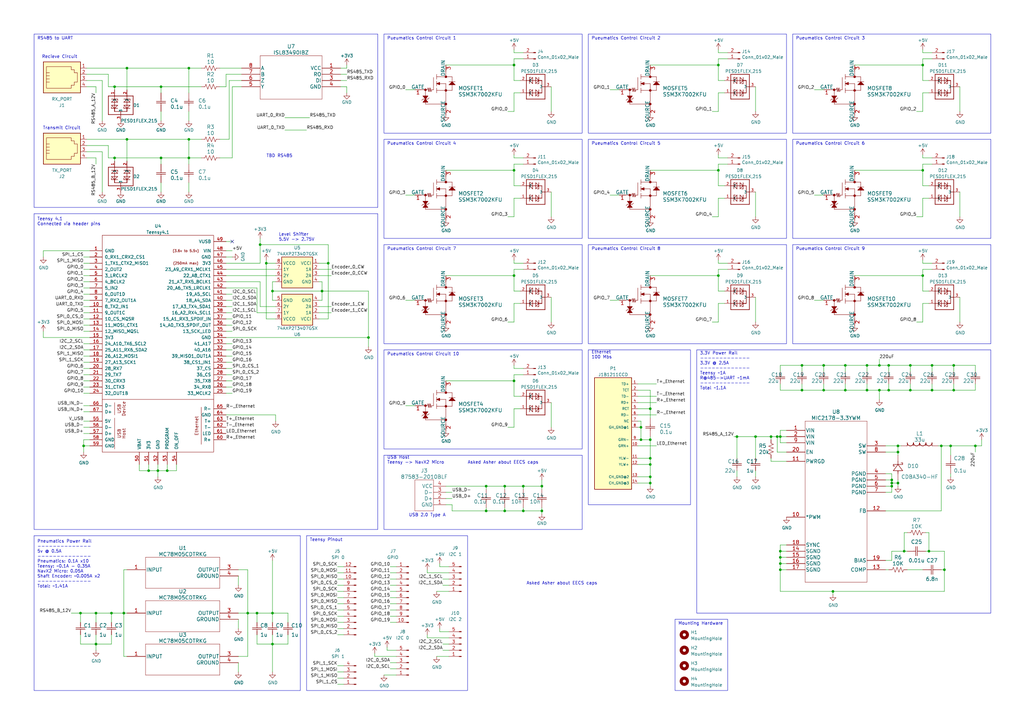
<source format=kicad_sch>
(kicad_sch (version 20220328) (generator eeschema)
  (paper "A3")
  (title_block (title "Pneumatics Controller Pinned") (date "2022-04-06") (rev "1.0") (company "MSOE Raider Robotics") (comment 1 "2022 Senior Design Team") (comment 2 "Adapted Penumatics Control Unit V1.1 To Teensy 4.1 Pinout") (comment 3 "Designed By: Julian Singkham"))
  (junction (at 60.96 193.04))
  (junction (at 378.46 26.67))
  (junction (at 207.01 199.39))
  (junction (at 360.68 160.02))
  (junction (at 368.3 185.42))
  (junction (at 365.76 196.85))
  (junction (at 373.38 160.02))
  (junction (at 199.39 209.55))
  (junction (at 320.04 226.06))
  (junction (at 373.38 149.86))
  (junction (at 34.29 182.88))
  (junction (at 45.72 251.46))
  (junction (at 222.25 199.39))
  (junction (at 105.41 251.46))
  (junction (at 382.27 160.02))
  (junction (at 337.82 149.86))
  (junction (at 309.88 179.07))
  (junction (at 378.46 113.03))
  (junction (at 389.89 182.88))
  (junction (at 39.37 251.46))
  (junction (at 66.04 35.56))
  (junction (at 66.04 64.77))
  (junction (at 106.68 100.33))
  (junction (at 109.22 107.95))
  (junction (at 46.99 35.56))
  (junction (at 320.04 233.68))
  (junction (at 262.89 175.26))
  (junction (at 52.07 57.15))
  (junction (at 77.47 27.94))
  (junction (at 341.63 242.57))
  (junction (at 294.64 69.85))
  (junction (at 382.27 149.86))
  (junction (at 320.04 179.07))
  (junction (at 39.37 264.16))
  (junction (at 77.47 64.77))
  (junction (at 68.58 193.04))
  (junction (at 214.63 209.55))
  (junction (at 364.49 160.02))
  (junction (at 294.64 113.03))
  (junction (at 391.16 160.02))
  (junction (at 111.76 251.46))
  (junction (at 111.76 264.16))
  (junction (at 132.08 119.38))
  (junction (at 346.71 160.02))
  (junction (at 33.02 251.46))
  (junction (at 134.62 107.95))
  (junction (at 214.63 199.39))
  (junction (at 77.47 57.15))
  (junction (at 391.16 149.86))
  (junction (at 294.64 26.67))
  (junction (at 210.82 156.21))
  (junction (at 365.76 198.12))
  (junction (at 101.6 251.46))
  (junction (at 210.82 69.85))
  (junction (at 365.76 199.39))
  (junction (at 320.04 228.6))
  (junction (at 368.3 198.12))
  (junction (at 387.35 233.68))
  (junction (at 262.89 180.34))
  (junction (at 266.7 180.34))
  (junction (at 337.82 160.02))
  (junction (at 318.77 179.07))
  (junction (at 64.77 193.04))
  (junction (at 368.3 182.88))
  (junction (at 266.7 198.12))
  (junction (at 151.13 138.43))
  (junction (at 328.93 160.02))
  (junction (at 346.71 149.86))
  (junction (at 266.7 195.58))
  (junction (at 355.6 160.02))
  (junction (at 266.7 190.5))
  (junction (at 199.39 199.39))
  (junction (at 266.7 167.64))
  (junction (at 302.26 179.07))
  (junction (at 316.23 179.07))
  (junction (at 328.93 149.86))
  (junction (at 364.49 149.86))
  (junction (at 386.08 182.88))
  (junction (at 360.68 149.86))
  (junction (at 370.84 226.06))
  (junction (at 355.6 149.86))
  (junction (at 111.76 119.38))
  (junction (at 381 226.06))
  (junction (at 266.7 187.96))
  (junction (at 52.07 27.94))
  (junction (at 400.05 182.88))
  (junction (at 210.82 113.03))
  (junction (at 320.04 231.14))
  (junction (at 210.82 26.67))
  (junction (at 378.46 69.85))
  (junction (at 207.01 209.55))
  (junction (at 46.99 64.77))
  (junction (at 222.25 209.55))
  (junction (at 50.8 251.46))
  (no_connect (at 95.25 99.06))
  (wire (pts (xy 210.82 21.59) (xy 214.63 21.59)))
  (wire (pts (xy 182.88 156.21) (xy 210.82 156.21)))
  (wire (pts (xy 309.88 179.07) (xy 309.88 187.96)))
  (wire (pts (xy 66.04 35.56) (xy 82.55 35.56)))
  (wire (pts (xy 378.46 67.31) (xy 378.46 69.85)))
  (wire (pts (xy 105.41 128.27) (xy 113.03 128.27)))
  (wire (pts (xy 34.29 161.29) (xy 36.83 161.29)))
  (wire (pts (xy 208.28 175.26) (xy 210.82 175.26)))
  (wire (pts (xy 184.15 237.49) (xy 181.61 237.49)))
  (wire (pts (xy 389.89 182.88) (xy 400.05 182.88)))
  (wire (pts (xy 97.79 269.24) (xy 101.6 269.24)))
  (wire (pts (xy 210.82 20.32) (xy 210.82 21.59)))
  (wire (pts (xy 322.58 226.06) (xy 320.04 226.06)))
  (wire (pts (xy 111.76 229.87) (xy 111.76 251.46)))
  (wire (pts (xy 17.78 102.87) (xy 36.83 102.87)))
  (wire (pts (xy 34.29 143.51) (xy 36.83 143.51)))
  (wire (pts (xy 378.46 67.31) (xy 382.27 67.31)))
  (wire (pts (xy 77.47 64.77) (xy 77.47 67.31)))
  (wire (pts (xy 373.38 160.02) (xy 382.27 160.02)))
  (wire (pts (xy 185.42 207.01) (xy 185.42 209.55)))
  (wire (pts (xy 160.02 252.73) (xy 162.56 252.73)))
  (wire (pts (xy 368.3 182.88) (xy 369.57 182.88)))
  (wire (pts (xy 360.68 149.86) (xy 364.49 149.86)))
  (wire (pts (xy 378.46 69.85) (xy 378.46 76.2)))
  (wire (pts (xy 378.46 64.77) (xy 382.27 64.77)))
  (wire (pts (xy 292.1 88.9) (xy 294.64 88.9)))
  (wire (pts (xy 363.22 199.39) (xy 365.76 199.39)))
  (wire (pts (xy 363.22 182.88) (xy 368.3 182.88)))
  (wire (pts (xy 294.64 24.13) (xy 294.64 26.67)))
  (wire (pts (xy 322.58 228.6) (xy 320.04 228.6)))
  (wire (pts (xy 222.25 208.28) (xy 222.25 209.55)))
  (wire (pts (xy 210.82 167.64) (xy 213.36 167.64)))
  (wire (pts (xy 68.58 190.5) (xy 68.58 193.04)))
  (wire (pts (xy 363.22 185.42) (xy 368.3 185.42)))
  (wire (pts (xy 402.59 182.88) (xy 400.05 182.88)))
  (wire (pts (xy 101.6 269.24) (xy 101.6 251.46)))
  (wire (pts (xy 210.82 153.67) (xy 210.82 156.21)))
  (wire (pts (xy 139.7 27.94) (xy 142.24 27.94)))
  (wire (pts (xy 138.43 273.05) (xy 140.97 273.05)))
  (wire (pts (xy 132.08 123.19) (xy 132.08 119.38)))
  (wire (pts (xy 153.67 269.24) (xy 162.56 269.24)))
  (wire (pts (xy 35.56 33.02) (xy 41.91 33.02)))
  (wire (pts (xy 180.34 257.81) (xy 180.34 259.08)))
  (wire (pts (xy 378.46 124.46) (xy 381 124.46)))
  (wire (pts (xy 320.04 160.02) (xy 328.93 160.02)))
  (wire (pts (xy 35.56 62.23) (xy 41.91 62.23)))
  (wire (pts (xy 92.71 161.29) (xy 95.25 161.29)))
  (wire (pts (xy 166.37 80.01) (xy 170.18 80.01)))
  (wire (pts (xy 378.46 24.13) (xy 382.27 24.13)))
  (wire (pts (xy 334.01 80.01) (xy 337.82 80.01)))
  (wire (pts (xy 210.82 156.21) (xy 210.82 162.56)))
  (wire (pts (xy 210.82 81.28) (xy 210.82 88.9)))
  (wire (pts (xy 158.75 265.43) (xy 158.75 266.7)))
  (wire (pts (xy 208.28 132.08) (xy 210.82 132.08)))
  (wire (pts (xy 182.88 204.47) (xy 185.42 204.47)))
  (wire (pts (xy 92.71 170.18) (xy 113.03 170.18)))
  (wire (pts (xy 294.64 24.13) (xy 298.45 24.13)))
  (wire (pts (xy 132.08 115.57) (xy 132.08 119.38)))
  (wire (pts (xy 355.6 160.02) (xy 360.68 160.02)))
  (wire (pts (xy 34.29 172.72) (xy 36.83 172.72)))
  (wire (pts (xy 138.43 234.95) (xy 140.97 234.95)))
  (wire (pts (xy 382.27 157.48) (xy 382.27 160.02)))
  (wire (pts (xy 210.82 63.5) (xy 210.82 64.77)))
  (wire (pts (xy 261.62 175.26) (xy 262.89 175.26)))
  (wire (pts (xy 45.72 260.35) (xy 45.72 264.16)))
  (wire (pts (xy 266.7 198.12) (xy 266.7 195.58)))
  (wire (pts (xy 207.01 199.39) (xy 207.01 200.66)))
  (wire (pts (xy 322.58 223.52) (xy 320.04 223.52)))
  (wire (pts (xy 111.76 119.38) (xy 111.76 123.19)))
  (wire (pts (xy 175.26 234.95) (xy 175.26 233.68)))
  (wire (pts (xy 316.23 179.07) (xy 316.23 180.34)))
  (wire (pts (xy 151.13 119.38) (xy 151.13 138.43)))
  (wire (pts (xy 320.04 226.06) (xy 320.04 228.6)))
  (wire (pts (xy 391.16 160.02) (xy 400.05 160.02)))
  (wire (pts (xy 266.7 190.5) (xy 266.7 187.96)))
  (wire (pts (xy 160.02 245.11) (xy 162.56 245.11)))
  (wire (pts (xy 44.45 64.77) (xy 44.45 59.69)))
  (wire (pts (xy 210.82 153.67) (xy 214.63 153.67)))
  (wire (pts (xy 34.29 177.8) (xy 36.83 177.8)))
  (wire (pts (xy 300.99 179.07) (xy 302.26 179.07)))
  (wire (pts (xy 179.07 242.57) (xy 184.15 242.57)))
  (wire (pts (xy 139.7 30.48) (xy 142.24 30.48)))
  (wire (pts (xy 372.11 233.68) (xy 378.46 233.68)))
  (wire (pts (xy 138.43 255.27) (xy 140.97 255.27)))
  (wire (pts (xy 166.37 166.37) (xy 170.18 166.37)))
  (wire (pts (xy 130.81 123.19) (xy 132.08 123.19)))
  (wire (pts (xy 210.82 64.77) (xy 214.63 64.77)))
  (wire (pts (xy 93.98 33.02) (xy 93.98 57.15)))
  (wire (pts (xy 77.47 27.94) (xy 82.55 27.94)))
  (wire (pts (xy 35.56 64.77) (xy 39.37 64.77)))
  (wire (pts (xy 302.26 179.07) (xy 309.88 179.07)))
  (wire (pts (xy 95.25 125.73) (xy 92.71 125.73)))
  (wire (pts (xy 125.73 53.34) (xy 116.84 53.34)))
  (wire (pts (xy 113.03 123.19) (xy 111.76 123.19)))
  (wire (pts (xy 266.7 195.58) (xy 266.7 190.5)))
  (wire (pts (xy 378.46 24.13) (xy 378.46 26.67)))
  (wire (pts (xy 111.76 260.35) (xy 111.76 264.16)))
  (wire (pts (xy 138.43 260.35) (xy 140.97 260.35)))
  (wire (pts (xy 261.62 195.58) (xy 266.7 195.58)))
  (wire (pts (xy 365.76 229.87) (xy 363.22 229.87)))
  (wire (pts (xy 364.49 149.86) (xy 373.38 149.86)))
  (wire (pts (xy 95.25 99.06) (xy 92.71 99.06)))
  (wire (pts (xy 378.46 106.68) (xy 378.46 107.95)))
  (wire (pts (xy 210.82 107.95) (xy 214.63 107.95)))
  (wire (pts (xy 222.25 199.39) (xy 222.25 200.66)))
  (wire (pts (xy 210.82 106.68) (xy 210.82 107.95)))
  (wire (pts (xy 138.43 280.67) (xy 140.97 280.67)))
  (wire (pts (xy 334.01 36.83) (xy 337.82 36.83)))
  (wire (pts (xy 64.77 190.5) (xy 64.77 193.04)))
  (wire (pts (xy 294.64 106.68) (xy 294.64 107.95)))
  (wire (pts (xy 402.59 180.34) (xy 402.59 182.88)))
  (wire (pts (xy 387.35 226.06) (xy 387.35 233.68)))
  (wire (pts (xy 46.99 35.56) (xy 66.04 35.56)))
  (wire (pts (xy 309.88 45.72) (xy 309.88 35.56)))
  (wire (pts (xy 262.89 175.26) (xy 262.89 180.34)))
  (wire (pts (xy 138.43 232.41) (xy 140.97 232.41)))
  (wire (pts (xy 368.3 198.12) (xy 365.76 198.12)))
  (wire (pts (xy 34.29 110.49) (xy 36.83 110.49)))
  (wire (pts (xy 375.92 132.08) (xy 378.46 132.08)))
  (wire (pts (xy 210.82 110.49) (xy 214.63 110.49)))
  (wire (pts (xy 105.41 251.46) (xy 111.76 251.46)))
  (wire (pts (xy 118.11 260.35) (xy 118.11 264.16)))
  (wire (pts (xy 368.3 182.88) (xy 368.3 185.42)))
  (wire (pts (xy 106.68 115.57) (xy 106.68 125.73)))
  (wire (pts (xy 309.88 193.04) (xy 309.88 195.58)))
  (wire (pts (xy 337.82 149.86) (xy 346.71 149.86)))
  (wire (pts (xy 261.62 187.96) (xy 266.7 187.96)))
  (wire (pts (xy 39.37 67.31) (xy 39.37 64.77)))
  (wire (pts (xy 199.39 209.55) (xy 207.01 209.55)))
  (wire (pts (xy 130.81 125.73) (xy 135.89 125.73)))
  (wire (pts (xy 210.82 38.1) (xy 213.36 38.1)))
  (wire (pts (xy 95.25 123.19) (xy 92.71 123.19)))
  (wire (pts (xy 322.58 176.53) (xy 320.04 176.53)))
  (wire (pts (xy 222.25 209.55) (xy 222.25 210.82)))
  (wire (pts (xy 138.43 240.03) (xy 140.97 240.03)))
  (wire (pts (xy 77.47 57.15) (xy 77.47 64.77)))
  (wire (pts (xy 50.8 233.68) (xy 50.8 251.46)))
  (wire (pts (xy 382.27 149.86) (xy 382.27 152.4)))
  (wire (pts (xy 386.08 233.68) (xy 387.35 233.68)))
  (wire (pts (xy 365.76 201.93) (xy 365.76 199.39)))
  (wire (pts (xy 378.46 110.49) (xy 378.46 113.03)))
  (wire (pts (xy 334.01 123.19) (xy 337.82 123.19)))
  (wire (pts (xy 214.63 199.39) (xy 222.25 199.39)))
  (wire (pts (xy 294.64 110.49) (xy 294.64 113.03)))
  (wire (pts (xy 97.79 271.78) (xy 97.79 275.59)))
  (wire (pts (xy 179.07 269.24) (xy 184.15 269.24)))
  (wire (pts (xy 322.58 189.23) (xy 316.23 189.23)))
  (wire (pts (xy 109.22 107.95) (xy 113.03 107.95)))
  (wire (pts (xy 93.98 33.02) (xy 99.06 33.02)))
  (wire (pts (xy 222.25 196.85) (xy 222.25 199.39)))
  (wire (pts (xy 35.56 57.15) (xy 52.07 57.15)))
  (wire (pts (xy 175.26 261.62) (xy 175.26 260.35)))
  (wire (pts (xy 39.37 35.56) (xy 39.37 38.1)))
  (wire (pts (xy 302.26 179.07) (xy 302.26 187.96)))
  (wire (pts (xy 360.68 160.02) (xy 360.68 163.83)))
  (wire (pts (xy 93.98 57.15) (xy 90.17 57.15)))
  (wire (pts (xy 302.26 193.04) (xy 302.26 195.58)))
  (wire (pts (xy 261.62 160.02) (xy 266.7 160.02)))
  (wire (pts (xy 266.7 26.67) (xy 294.64 26.67)))
  (wire (pts (xy 378.46 81.28) (xy 378.46 88.9)))
  (wire (pts (xy 34.29 128.27) (xy 36.83 128.27)))
  (wire (pts (xy 199.39 200.66) (xy 199.39 199.39)))
  (wire (pts (xy 373.38 149.86) (xy 373.38 152.4)))
  (wire (pts (xy 250.19 123.19) (xy 254 123.19)))
  (wire (pts (xy 210.82 26.67) (xy 210.82 33.02)))
  (wire (pts (xy 66.04 64.77) (xy 66.04 67.31)))
  (wire (pts (xy 210.82 76.2) (xy 213.36 76.2)))
  (wire (pts (xy 384.81 182.88) (xy 386.08 182.88)))
  (wire (pts (xy 34.29 182.88) (xy 34.29 185.42)))
  (wire (pts (xy 207.01 199.39) (xy 199.39 199.39)))
  (wire (pts (xy 180.34 259.08) (xy 184.15 259.08)))
  (wire (pts (xy 162.56 271.78) (xy 160.02 271.78)))
  (wire (pts (xy 29.21 251.46) (xy 33.02 251.46)))
  (wire (pts (xy 316.23 179.07) (xy 318.77 179.07)))
  (wire (pts (xy 109.22 106.68) (xy 109.22 107.95)))
  (wire (pts (xy 318.77 179.07) (xy 320.04 179.07)))
  (wire (pts (xy 322.58 181.61) (xy 320.04 181.61)))
  (wire (pts (xy 57.15 193.04) (xy 60.96 193.04)))
  (wire (pts (xy 106.68 100.33) (xy 106.68 107.95)))
  (wire (pts (xy 400.05 157.48) (xy 400.05 160.02)))
  (wire (pts (xy 64.77 193.04) (xy 68.58 193.04)))
  (wire (pts (xy 226.06 175.26) (xy 226.06 165.1)))
  (wire (pts (xy 34.29 130.81) (xy 36.83 130.81)))
  (wire (pts (xy 363.22 209.55) (xy 386.08 209.55)))
  (wire (pts (xy 226.06 45.72) (xy 226.06 35.56)))
  (wire (pts (xy 210.82 119.38) (xy 213.36 119.38)))
  (wire (pts (xy 182.88 69.85) (xy 210.82 69.85)))
  (wire (pts (xy 111.76 264.16) (xy 105.41 264.16)))
  (wire (pts (xy 214.63 209.55) (xy 222.25 209.55)))
  (wire (pts (xy 210.82 124.46) (xy 210.82 132.08)))
  (wire (pts (xy 138.43 247.65) (xy 140.97 247.65)))
  (wire (pts (xy 294.64 107.95) (xy 298.45 107.95)))
  (wire (pts (xy 160.02 242.57) (xy 162.56 242.57)))
  (wire (pts (xy 363.22 196.85) (xy 365.76 196.85)))
  (wire (pts (xy 309.88 179.07) (xy 316.23 179.07)))
  (wire (pts (xy 113.03 130.81) (xy 109.22 130.81)))
  (wire (pts (xy 294.64 67.31) (xy 298.45 67.31)))
  (wire (pts (xy 142.24 35.56) (xy 142.24 38.1)))
  (wire (pts (xy 294.64 76.2) (xy 297.18 76.2)))
  (wire (pts (xy 226.06 132.08) (xy 226.06 121.92)))
  (wire (pts (xy 294.64 38.1) (xy 294.64 45.72)))
  (wire (pts (xy 111.76 251.46) (xy 118.11 251.46)))
  (wire (pts (xy 52.07 269.24) (xy 50.8 269.24)))
  (wire (pts (xy 95.25 35.56) (xy 99.06 35.56)))
  (wire (pts (xy 158.75 266.7) (xy 162.56 266.7)))
  (wire (pts (xy 95.25 130.81) (xy 92.71 130.81)))
  (wire (pts (xy 52.07 27.94) (xy 77.47 27.94)))
  (wire (pts (xy 111.76 251.46) (xy 111.76 255.27)))
  (wire (pts (xy 210.82 151.13) (xy 214.63 151.13)))
  (wire (pts (xy 378.46 81.28) (xy 381 81.28)))
  (wire (pts (xy 373.38 157.48) (xy 373.38 160.02)))
  (wire (pts (xy 97.79 233.68) (xy 101.6 233.68)))
  (wire (pts (xy 261.62 180.34) (xy 262.89 180.34)))
  (wire (pts (xy 365.76 198.12) (xy 365.76 199.39)))
  (wire (pts (xy 35.56 27.94) (xy 52.07 27.94)))
  (wire (pts (xy 210.82 67.31) (xy 214.63 67.31)))
  (wire (pts (xy 34.29 123.19) (xy 36.83 123.19)))
  (wire (pts (xy 36.83 180.34) (xy 34.29 180.34)))
  (wire (pts (xy 106.68 125.73) (xy 113.03 125.73)))
  (wire (pts (xy 378.46 38.1) (xy 381 38.1)))
  (wire (pts (xy 132.08 119.38) (xy 151.13 119.38)))
  (wire (pts (xy 127 48.26) (xy 116.84 48.26)))
  (wire (pts (xy 90.17 27.94) (xy 99.06 27.94)))
  (wire (pts (xy 34.29 151.13) (xy 36.83 151.13)))
  (wire (pts (xy 52.07 27.94) (xy 52.07 36.83)))
  (wire (pts (xy 118.11 264.16) (xy 111.76 264.16)))
  (wire (pts (xy 346.71 157.48) (xy 346.71 160.02)))
  (wire (pts (xy 34.29 158.75) (xy 36.83 158.75)))
  (wire (pts (xy 157.48 276.86) (xy 162.56 276.86)))
  (wire (pts (xy 266.7 180.34) (xy 266.7 179.07)))
  (wire (pts (xy 210.82 149.86) (xy 210.82 151.13)))
  (wire (pts (xy 360.68 149.86) (xy 360.68 147.32)))
  (wire (pts (xy 214.63 208.28) (xy 214.63 209.55)))
  (wire (pts (xy 389.89 194.31) (xy 389.89 195.58)))
  (wire (pts (xy 199.39 208.28) (xy 199.39 209.55)))
  (wire (pts (xy 210.82 167.64) (xy 210.82 175.26)))
  (wire (pts (xy 266.7 160.02) (xy 266.7 167.64)))
  (wire (pts (xy 364.49 149.86) (xy 364.49 152.4)))
  (wire (pts (xy 393.7 132.08) (xy 393.7 121.92)))
  (wire (pts (xy 393.7 45.72) (xy 393.7 35.56)))
  (wire (pts (xy 261.62 162.56) (xy 269.24 162.56)))
  (wire (pts (xy 292.1 132.08) (xy 294.64 132.08)))
  (wire (pts (xy 34.29 146.05) (xy 36.83 146.05)))
  (wire (pts (xy 101.6 251.46) (xy 105.41 251.46)))
  (wire (pts (xy 378.46 38.1) (xy 378.46 45.72)))
  (wire (pts (xy 341.63 242.57) (xy 341.63 243.84)))
  (wire (pts (xy 294.64 119.38) (xy 297.18 119.38)))
  (wire (pts (xy 210.82 38.1) (xy 210.82 45.72)))
  (wire (pts (xy 77.47 57.15) (xy 82.55 57.15)))
  (wire (pts (xy 368.3 196.85) (xy 368.3 198.12)))
  (wire (pts (xy 35.56 59.69) (xy 44.45 59.69)))
  (wire (pts (xy 370.84 226.06) (xy 372.11 226.06)))
  (wire (pts (xy 378.46 33.02) (xy 381 33.02)))
  (wire (pts (xy 77.47 74.93) (xy 77.47 78.74)))
  (wire (pts (xy 46.99 64.77) (xy 66.04 64.77)))
  (wire (pts (xy 337.82 157.48) (xy 337.82 160.02)))
  (wire (pts (xy 180.34 231.14) (xy 180.34 232.41)))
  (wire (pts (xy 77.47 45.72) (xy 77.47 49.53)))
  (wire (pts (xy 294.64 33.02) (xy 297.18 33.02)))
  (wire (pts (xy 207.01 209.55) (xy 214.63 209.55)))
  (wire (pts (xy 393.7 88.9) (xy 393.7 78.74)))
  (wire (pts (xy 365.76 194.31) (xy 365.76 196.85)))
  (wire (pts (xy 294.64 124.46) (xy 297.18 124.46)))
  (wire (pts (xy 34.29 156.21) (xy 36.83 156.21)))
  (wire (pts (xy 34.29 118.11) (xy 36.83 118.11)))
  (wire (pts (xy 34.29 133.35) (xy 36.83 133.35)))
  (wire (pts (xy 261.62 198.12) (xy 266.7 198.12)))
  (wire (pts (xy 132.08 119.38) (xy 111.76 119.38)))
  (wire (pts (xy 151.13 138.43) (xy 151.13 142.24)))
  (wire (pts (xy 294.64 67.31) (xy 294.64 69.85)))
  (wire (pts (xy 39.37 260.35) (xy 39.37 264.16)))
  (wire (pts (xy 320.04 149.86) (xy 328.93 149.86)))
  (wire (pts (xy 378.46 63.5) (xy 378.46 64.77)))
  (wire (pts (xy 378.46 26.67) (xy 378.46 33.02)))
  (wire (pts (xy 138.43 278.13) (xy 140.97 278.13)))
  (wire (pts (xy 226.06 88.9) (xy 226.06 78.74)))
  (wire (pts (xy 95.25 133.35) (xy 92.71 133.35)))
  (wire (pts (xy 184.15 264.16) (xy 181.61 264.16)))
  (wire (pts (xy 210.82 67.31) (xy 210.82 69.85)))
  (wire (pts (xy 95.25 146.05) (xy 92.71 146.05)))
  (wire (pts (xy 66.04 35.56) (xy 66.04 38.1)))
  (wire (pts (xy 318.77 185.42) (xy 318.77 179.07)))
  (wire (pts (xy 182.88 199.39) (xy 199.39 199.39)))
  (wire (pts (xy 92.71 30.48) (xy 99.06 30.48)))
  (wire (pts (xy 46.99 35.56) (xy 46.99 36.83)))
  (wire (pts (xy 387.35 233.68) (xy 387.35 242.57)))
  (wire (pts (xy 355.6 149.86) (xy 355.6 152.4)))
  (wire (pts (xy 378.46 107.95) (xy 382.27 107.95)))
  (wire (pts (xy 39.37 264.16) (xy 39.37 266.7)))
  (wire (pts (xy 34.29 105.41) (xy 36.83 105.41)))
  (wire (pts (xy 210.82 24.13) (xy 210.82 26.67)))
  (wire (pts (xy 57.15 190.5) (xy 57.15 193.04)))
  (wire (pts (xy 39.37 35.56) (xy 35.56 35.56)))
  (wire (pts (xy 346.71 149.86) (xy 355.6 149.86)))
  (wire (pts (xy 162.56 274.32) (xy 160.02 274.32)))
  (wire (pts (xy 95.25 140.97) (xy 92.71 140.97)))
  (wire (pts (xy 101.6 233.68) (xy 101.6 251.46)))
  (wire (pts (xy 294.64 63.5) (xy 294.64 64.77)))
  (wire (pts (xy 337.82 149.86) (xy 337.82 152.4)))
  (wire (pts (xy 363.22 233.68) (xy 364.49 233.68)))
  (wire (pts (xy 379.73 226.06) (xy 381 226.06)))
  (wire (pts (xy 378.46 113.03) (xy 378.46 119.38)))
  (wire (pts (xy 184.15 266.7) (xy 181.61 266.7)))
  (wire (pts (xy 261.62 167.64) (xy 266.7 167.64)))
  (wire (pts (xy 346.71 160.02) (xy 355.6 160.02)))
  (wire (pts (xy 320.04 231.14) (xy 320.04 233.68)))
  (wire (pts (xy 266.7 69.85) (xy 294.64 69.85)))
  (wire (pts (xy 142.24 26.67) (xy 142.24 27.94)))
  (wire (pts (xy 365.76 196.85) (xy 365.76 198.12)))
  (wire (pts (xy 210.82 33.02) (xy 213.36 33.02)))
  (wire (pts (xy 66.04 74.93) (xy 66.04 78.74)))
  (wire (pts (xy 34.29 166.37) (xy 36.83 166.37)))
  (wire (pts (xy 266.7 113.03) (xy 294.64 113.03)))
  (wire (pts (xy 294.64 64.77) (xy 298.45 64.77)))
  (wire (pts (xy 34.29 107.95) (xy 36.83 107.95)))
  (wire (pts (xy 45.72 251.46) (xy 50.8 251.46)))
  (wire (pts (xy 60.96 193.04) (xy 64.77 193.04)))
  (wire (pts (xy 320.04 176.53) (xy 320.04 179.07)))
  (wire (pts (xy 328.93 157.48) (xy 328.93 160.02)))
  (wire (pts (xy 17.78 135.89) (xy 17.78 138.43)))
  (wire (pts (xy 261.62 165.1) (xy 269.24 165.1)))
  (wire (pts (xy 320.04 157.48) (xy 320.04 160.02)))
  (wire (pts (xy 138.43 250.19) (xy 140.97 250.19)))
  (wire (pts (xy 208.28 45.72) (xy 210.82 45.72)))
  (wire (pts (xy 33.02 264.16) (xy 39.37 264.16)))
  (wire (pts (xy 34.29 180.34) (xy 34.29 182.88)))
  (wire (pts (xy 106.68 100.33) (xy 134.62 100.33)))
  (wire (pts (xy 266.7 198.12) (xy 266.7 199.39)))
  (wire (pts (xy 138.43 242.57) (xy 140.97 242.57)))
  (wire (pts (xy 250.19 80.01) (xy 254 80.01)))
  (wire (pts (xy 134.62 107.95) (xy 134.62 130.81)))
  (wire (pts (xy 34.29 120.65) (xy 36.83 120.65)))
  (wire (pts (xy 92.71 138.43) (xy 151.13 138.43)))
  (wire (pts (xy 111.76 115.57) (xy 111.76 119.38)))
  (wire (pts (xy 210.82 110.49) (xy 210.82 113.03)))
  (wire (pts (xy 182.88 113.03) (xy 210.82 113.03)))
  (wire (pts (xy 17.78 102.87) (xy 17.78 105.41)))
  (wire (pts (xy 130.81 110.49) (xy 135.89 110.49)))
  (wire (pts (xy 328.93 160.02) (xy 337.82 160.02)))
  (wire (pts (xy 66.04 45.72) (xy 66.04 49.53)))
  (wire (pts (xy 210.82 124.46) (xy 213.36 124.46)))
  (wire (pts (xy 41.91 33.02) (xy 41.91 49.53)))
  (wire (pts (xy 166.37 36.83) (xy 170.18 36.83)))
  (wire (pts (xy 46.99 64.77) (xy 46.99 66.04)))
  (wire (pts (xy 292.1 45.72) (xy 294.64 45.72)))
  (wire (pts (xy 364.49 160.02) (xy 373.38 160.02)))
  (wire (pts (xy 138.43 237.49) (xy 140.97 237.49)))
  (wire (pts (xy 77.47 64.77) (xy 82.55 64.77)))
  (wire (pts (xy 346.71 149.86) (xy 346.71 152.4)))
  (wire (pts (xy 294.64 26.67) (xy 294.64 33.02)))
  (wire (pts (xy 130.81 128.27) (xy 135.89 128.27)))
  (wire (pts (xy 52.07 57.15) (xy 52.07 66.04)))
  (wire (pts (xy 34.29 153.67) (xy 36.83 153.67)))
  (wire (pts (xy 33.02 260.35) (xy 33.02 264.16)))
  (wire (pts (xy 139.7 33.02) (xy 142.24 33.02)))
  (wire (pts (xy 97.79 251.46) (xy 101.6 251.46)))
  (wire (pts (xy 350.52 113.03) (xy 378.46 113.03)))
  (wire (pts (xy 138.43 245.11) (xy 140.97 245.11)))
  (wire (pts (xy 130.81 113.03) (xy 135.89 113.03)))
  (wire (pts (xy 208.28 88.9) (xy 210.82 88.9)))
  (wire (pts (xy 320.04 233.68) (xy 320.04 242.57)))
  (wire (pts (xy 72.39 193.04) (xy 72.39 190.5)))
  (wire (pts (xy 214.63 199.39) (xy 214.63 200.66)))
  (wire (pts (xy 350.52 26.67) (xy 378.46 26.67)))
  (wire (pts (xy 39.37 264.16) (xy 45.72 264.16)))
  (wire (pts (xy 355.6 157.48) (xy 355.6 160.02)))
  (wire (pts (xy 33.02 251.46) (xy 33.02 255.27)))
  (wire (pts (xy 175.26 261.62) (xy 184.15 261.62)))
  (wire (pts (xy 118.11 251.46) (xy 118.11 255.27)))
  (wire (pts (xy 210.82 81.28) (xy 213.36 81.28)))
  (wire (pts (xy 266.7 187.96) (xy 266.7 180.34)))
  (wire (pts (xy 105.41 251.46) (xy 105.41 255.27)))
  (wire (pts (xy 337.82 160.02) (xy 346.71 160.02)))
  (wire (pts (xy 95.25 148.59) (xy 92.71 148.59)))
  (wire (pts (xy 375.92 88.9) (xy 378.46 88.9)))
  (wire (pts (xy 52.07 57.15) (xy 77.47 57.15)))
  (wire (pts (xy 391.16 149.86) (xy 391.16 152.4)))
  (wire (pts (xy 34.29 115.57) (xy 36.83 115.57)))
  (wire (pts (xy 95.25 135.89) (xy 92.71 135.89)))
  (wire (pts (xy 34.29 135.89) (xy 36.83 135.89)))
  (wire (pts (xy 294.64 110.49) (xy 298.45 110.49)))
  (wire (pts (xy 400.05 182.88) (xy 400.05 185.42)))
  (wire (pts (xy 360.68 160.02) (xy 364.49 160.02)))
  (wire (pts (xy 97.79 236.22) (xy 97.79 240.03)))
  (wire (pts (xy 370.84 218.44) (xy 370.84 226.06)))
  (wire (pts (xy 92.71 110.49) (xy 113.03 110.49)))
  (wire (pts (xy 113.03 115.57) (xy 111.76 115.57)))
  (wire (pts (xy 60.96 190.5) (xy 60.96 193.04)))
  (wire (pts (xy 294.64 38.1) (xy 297.18 38.1)))
  (wire (pts (xy 68.58 193.04) (xy 72.39 193.04)))
  (wire (pts (xy 400.05 149.86) (xy 400.05 152.4)))
  (wire (pts (xy 328.93 149.86) (xy 328.93 152.4)))
  (wire (pts (xy 95.25 143.51) (xy 92.71 143.51)))
  (wire (pts (xy 210.82 113.03) (xy 210.82 119.38)))
  (wire (pts (xy 320.04 228.6) (xy 320.04 231.14)))
  (wire (pts (xy 294.64 81.28) (xy 294.64 88.9)))
  (wire (pts (xy 184.15 240.03) (xy 181.61 240.03)))
  (wire (pts (xy 160.02 250.19) (xy 162.56 250.19)))
  (wire (pts (xy 134.62 107.95) (xy 134.62 100.33)))
  (wire (pts (xy 162.56 255.27) (xy 160.02 255.27)))
  (wire (pts (xy 210.82 24.13) (xy 214.63 24.13)))
  (wire (pts (xy 378.46 124.46) (xy 378.46 132.08)))
  (wire (pts (xy 34.29 175.26) (xy 36.83 175.26)))
  (wire (pts (xy 95.25 128.27) (xy 92.71 128.27)))
  (wire (pts (xy 294.64 124.46) (xy 294.64 132.08)))
  (wire (pts (xy 34.29 113.03) (xy 36.83 113.03)))
  (wire (pts (xy 294.64 69.85) (xy 294.64 76.2)))
  (wire (pts (xy 160.02 247.65) (xy 162.56 247.65)))
  (wire (pts (xy 372.11 218.44) (xy 370.84 218.44)))
  (wire (pts (xy 41.91 62.23) (xy 41.91 78.74)))
  (wire (pts (xy 364.49 157.48) (xy 364.49 160.02)))
  (wire (pts (xy 322.58 231.14) (xy 320.04 231.14)))
  (wire (pts (xy 95.25 105.41) (xy 92.71 105.41)))
  (wire (pts (xy 45.72 251.46) (xy 45.72 255.27)))
  (wire (pts (xy 105.41 118.11) (xy 105.41 128.27)))
  (wire (pts (xy 363.22 201.93) (xy 365.76 201.93)))
  (wire (pts (xy 350.52 69.85) (xy 378.46 69.85)))
  (wire (pts (xy 92.71 115.57) (xy 106.68 115.57)))
  (wire (pts (xy 262.89 180.34) (xy 266.7 180.34)))
  (wire (pts (xy 138.43 252.73) (xy 140.97 252.73)))
  (wire (pts (xy 97.79 257.81) (xy 97.79 254)))
  (wire (pts (xy 90.17 35.56) (xy 92.71 35.56)))
  (wire (pts (xy 207.01 208.28) (xy 207.01 209.55)))
  (wire (pts (xy 182.88 207.01) (xy 185.42 207.01)))
  (wire (pts (xy 294.64 81.28) (xy 297.18 81.28)))
  (wire (pts (xy 294.64 20.32) (xy 294.64 21.59)))
  (wire (pts (xy 44.45 64.77) (xy 46.99 64.77)))
  (wire (pts (xy 166.37 123.19) (xy 170.18 123.19)))
  (wire (pts (xy 182.88 26.67) (xy 210.82 26.67)))
  (wire (pts (xy 95.25 156.21) (xy 92.71 156.21)))
  (wire (pts (xy 294.64 21.59) (xy 298.45 21.59)))
  (wire (pts (xy 95.25 151.13) (xy 92.71 151.13)))
  (wire (pts (xy 320.04 242.57) (xy 341.63 242.57)))
  (wire (pts (xy 250.19 36.83) (xy 254 36.83)))
  (wire (pts (xy 378.46 21.59) (xy 382.27 21.59)))
  (wire (pts (xy 320.04 179.07) (xy 322.58 179.07)))
  (wire (pts (xy 378.46 20.32) (xy 378.46 21.59)))
  (wire (pts (xy 130.81 130.81) (xy 134.62 130.81)))
  (wire (pts (xy 95.25 153.67) (xy 92.71 153.67)))
  (wire (pts (xy 35.56 30.48) (xy 44.45 30.48)))
  (wire (pts (xy 389.89 182.88) (xy 389.89 186.69)))
  (wire (pts (xy 341.63 242.57) (xy 387.35 242.57)))
  (wire (pts (xy 355.6 149.86) (xy 360.68 149.86)))
  (wire (pts (xy 160.02 234.95) (xy 162.56 234.95)))
  (wire (pts (xy 391.16 149.86) (xy 400.05 149.86)))
  (wire (pts (xy 266.7 167.64) (xy 266.7 171.45)))
  (wire (pts (xy 44.45 35.56) (xy 44.45 30.48)))
  (wire (pts (xy 106.68 97.79) (xy 106.68 100.33)))
  (wire (pts (xy 153.67 269.24) (xy 153.67 267.97)))
  (wire (pts (xy 130.81 107.95) (xy 134.62 107.95)))
  (wire (pts (xy 262.89 172.72) (xy 262.89 175.26)))
  (wire (pts (xy 328.93 149.86) (xy 337.82 149.86)))
  (wire (pts (xy 382.27 160.02) (xy 391.16 160.02)))
  (wire (pts (xy 95.25 35.56) (xy 95.25 64.77)))
  (wire (pts (xy 261.62 157.48) (xy 269.24 157.48)))
  (wire (pts (xy 365.76 226.06) (xy 370.84 226.06)))
  (wire (pts (xy 261.62 190.5) (xy 266.7 190.5)))
  (wire (pts (xy 160.02 237.49) (xy 162.56 237.49)))
  (wire (pts (xy 365.76 226.06) (xy 365.76 229.87)))
  (wire (pts (xy 34.29 125.73) (xy 36.83 125.73)))
  (wire (pts (xy 261.62 170.18) (xy 269.24 170.18)))
  (wire (pts (xy 39.37 251.46) (xy 39.37 255.27)))
  (wire (pts (xy 363.22 194.31) (xy 365.76 194.31)))
  (wire (pts (xy 66.04 64.77) (xy 77.47 64.77)))
  (wire (pts (xy 160.02 232.41) (xy 162.56 232.41)))
  (wire (pts (xy 182.88 201.93) (xy 185.42 201.93)))
  (wire (pts (xy 386.08 182.88) (xy 389.89 182.88)))
  (wire (pts (xy 294.64 113.03) (xy 294.64 119.38)))
  (wire (pts (xy 139.7 35.56) (xy 142.24 35.56)))
  (wire (pts (xy 109.22 130.81) (xy 109.22 107.95)))
  (wire (pts (xy 130.81 115.57) (xy 132.08 115.57)))
  (wire (pts (xy 44.45 35.56) (xy 46.99 35.56)))
  (wire (pts (xy 378.46 110.49) (xy 382.27 110.49)))
  (wire (pts (xy 322.58 185.42) (xy 318.77 185.42)))
  (wire (pts (xy 381 218.44) (xy 381 226.06)))
  (wire (pts (xy 111.76 264.16) (xy 111.76 275.59)))
  (wire (pts (xy 320.04 181.61) (xy 320.04 179.07)))
  (wire (pts (xy 210.82 69.85) (xy 210.82 76.2)))
  (wire (pts (xy 391.16 157.48) (xy 391.16 160.02)))
  (wire (pts (xy 320.04 223.52) (xy 320.04 226.06)))
  (wire (pts (xy 375.92 45.72) (xy 378.46 45.72)))
  (wire (pts (xy 210.82 162.56) (xy 213.36 162.56)))
  (wire (pts (xy 368.3 198.12) (xy 368.3 199.39)))
  (wire (pts (xy 95.25 120.65) (xy 92.71 120.65)))
  (wire (pts (xy 50.8 251.46) (xy 52.07 251.46)))
  (wire (pts (xy 50.8 251.46) (xy 50.8 269.24)))
  (wire (pts (xy 90.17 64.77) (xy 95.25 64.77)))
  (wire (pts (xy 113.03 170.18) (xy 113.03 172.72)))
  (wire (pts (xy 138.43 257.81) (xy 140.97 257.81)))
  (wire (pts (xy 320.04 233.68) (xy 322.58 233.68)))
  (wire (pts (xy 34.29 148.59) (xy 36.83 148.59)))
  (wire (pts (xy 77.47 38.1) (xy 77.47 27.94)))
  (wire (pts (xy 175.26 234.95) (xy 184.15 234.95)))
  (wire (pts (xy 39.37 251.46) (xy 45.72 251.46)))
  (wire (pts (xy 34.29 140.97) (xy 36.83 140.97)))
  (wire (pts (xy 368.3 185.42) (xy 368.3 186.69)))
  (wire (pts (xy 92.71 35.56) (xy 92.71 30.48)))
  (wire (pts (xy 180.34 232.41) (xy 184.15 232.41)))
  (wire (pts (xy 92.71 107.95) (xy 106.68 107.95)))
  (wire (pts (xy 52.07 233.68) (xy 50.8 233.68)))
  (wire (pts (xy 261.62 172.72) (xy 262.89 172.72)))
  (wire (pts (xy 309.88 88.9) (xy 309.88 78.74)))
  (wire (pts (xy 207.01 199.39) (xy 214.63 199.39)))
  (wire (pts (xy 185.42 209.55) (xy 199.39 209.55)))
  (wire (pts (xy 309.88 132.08) (xy 309.88 121.92)))
  (wire (pts (xy 386.08 182.88) (xy 386.08 209.55)))
  (wire (pts (xy 381 226.06) (xy 387.35 226.06)))
  (wire (pts (xy 92.71 118.11) (xy 105.41 118.11)))
  (wire (pts (xy 138.43 275.59) (xy 140.97 275.59)))
  (wire (pts (xy 378.46 76.2) (xy 381 76.2)))
  (wire (pts (xy 261.62 182.88) (xy 269.24 182.88)))
  (wire (pts (xy 379.73 218.44) (xy 381 218.44)))
  (wire (pts (xy 33.02 251.46) (xy 39.37 251.46)))
  (wire (pts (xy 34.29 182.88) (xy 36.83 182.88)))
  (wire (pts (xy 92.71 113.03) (xy 113.03 113.03)))
  (wire (pts (xy 382.27 149.86) (xy 391.16 149.86)))
  (wire (pts (xy 316.23 189.23) (xy 316.23 187.96)))
  (wire (pts (xy 17.78 138.43) (xy 36.83 138.43)))
  (wire (pts (xy 95.25 102.87) (xy 92.71 102.87)))
  (wire (pts (xy 378.46 119.38) (xy 381 119.38)))
  (wire (pts (xy 160.02 240.03) (xy 162.56 240.03)))
  (wire (pts (xy 64.77 195.58) (xy 64.77 193.04)))
  (wire (pts (xy 105.41 260.35) (xy 105.41 264.16)))
  (wire (pts (xy 320.04 149.86) (xy 320.04 152.4)))
  (wire (pts (xy 373.38 149.86) (xy 382.27 149.86)))
  (wire (pts (xy 34.29 168.91) (xy 36.83 168.91)))
  (wire (pts (xy 95.25 158.75) (xy 92.71 158.75)))
  (rectangle (start 13.97 219.71) (end 123.19 283.21) (stroke (width 0.1524)))
  (rectangle (start 241.3 143.51) (end 283.21 207.01) (stroke (width 0.1524)))
  (rectangle (start 157.48 143.51) (end 238.76 184.15) (stroke (width 0.1524)))
  (rectangle (start 325.12 13.97) (end 406.4 54.61) (stroke (width 0.1524)))
  (rectangle (start 13.97 13.97) (end 154.94 85.09) (stroke (width 0.1524)))
  (rectangle (start 325.12 57.15) (end 406.4 97.79) (stroke (width 0.1524)))
  (rectangle (start 157.48 186.69) (end 238.76 217.17) (stroke (width 0.1524)))
  (rectangle (start 241.3 57.15) (end 322.58 97.79) (stroke (width 0.1524)))
  (rectangle (start 157.48 13.97) (end 238.76 54.61) (stroke (width 0.1524)))
  (rectangle (start 241.3 100.33) (end 322.58 140.97) (stroke (width 0.1524)))
  (rectangle (start 325.12 100.33) (end 406.4 140.97) (stroke (width 0.1524)))
  (rectangle (start 13.97 87.63) (end 154.94 217.17) (stroke (width 0.1524)))
  (rectangle (start 125.73 219.71) (end 191.77 283.21) (stroke (width 0.1524)))
  (rectangle (start 285.75 143.51) (end 406.4 251.46) (stroke (width 0.1524)))
  (rectangle (start 276.86 254) (end 298.45 283.21) (stroke (width 0.1524)))
  (rectangle (start 241.3 13.97) (end 322.58 54.61) (stroke (width 0.1524)))
  (rectangle (start 157.48 100.33) (end 238.76 140.97) (stroke (width 0.1524)))
  (rectangle (start 157.48 57.15) (end 238.76 97.79) (stroke (width 0.1524)))
  (text "USB Host \nTeensy -> NavX2 Micro" (at 158.75 190.5 0) (effects (font (size 1.27 1.27)) (justify left bottom)))
  (text "Teensy Pinout" (at 127 222.25 0) (effects (font (size 1.27 1.27)) (justify left bottom)))
  (text "Mounting Hardware" (at 278.13 256.54 0) (effects (font (size 1.27 1.27)) (justify left bottom)))
  (text "Pueumatics Control Circuit 2\n" (at 242.57 16.51 0) (effects (font (size 1.27 1.27)) (justify left bottom)))
  (text "Pueumatics Control Circuit 5\n" (at 242.57 59.69 0) (effects (font (size 1.27 1.27)) (justify left bottom)))
  (text "Pueumatics Control Circuit 3" (at 326.39 16.51 0) (effects (font (size 1.27 1.27)) (justify left bottom)))
  (text "Level Shifter\n5.5V -> 2.75V" (at 114.3 99.06 0) (effects (font (size 1.27 1.27)) (justify left bottom)))
  (text "Transmit Circuit" (at 33.02 53.34 0) (effects (font (size 1.27 1.27)) (justify right bottom)))
  (text "Pueumatics Control Circuit 8\n" (at 242.57 102.87 0) (effects (font (size 1.27 1.27)) (justify left bottom)))
  (text "RS485 to UART" (at 15.24 16.51 0) (effects (font (size 1.27 1.27)) (justify left bottom)))
  (text "Asked Asher about EECS caps" (at 215.9 240.03 0) (effects (font (size 1.27 1.27)) (justify left bottom)))
  (text "Ethernet\n100 Mbs" (at 242.57 147.32 0) (effects (font (size 1.27 1.27)) (justify left bottom)))
  (text "3.3V Power Rail\n-------------\n3.3V @ 2.5A\n-------------\nTeensy ~1A\nR@485->UART ~1mA\n-------------\nTotal ~1.1A" (at 287.02 160.02 0) (effects (font (size 1.27 1.27)) (justify left bottom)))
  (text "TBD RS485" (at 109.22 64.77 0) (effects (font (size 1.27 1.27)) (justify left bottom)))
  (text "Teensy 4.1\nConnected via header pins" (at 15.24 92.71 0) (effects (font (size 1.27 1.27)) (justify left bottom)))
  (text "Pueumatics Control Circuit 7" (at 158.75 102.87 0) (effects (font (size 1.27 1.27)) (justify left bottom)))
  (text "Pueumatics Control Circuit 10\n" (at 158.75 146.05 0) (effects (font (size 1.27 1.27)) (justify left bottom)))
  (text "Recieve Circuit" (at 31.75 24.13 0) (effects (font (size 1.27 1.27)) (justify right bottom)))
  (text "Pueumatics Control Circuit 4" (at 158.75 59.69 0) (effects (font (size 1.27 1.27)) (justify left bottom)))
  (text "Asked Asher about EECS caps" (at 191.77 190.5 0) (effects (font (size 1.27 1.27)) (justify left bottom)))
  (text "Pueumatics Control Circuit 6" (at 326.39 59.69 0) (effects (font (size 1.27 1.27)) (justify left bottom)))
  (text "Pneumatics Power Rail\n--------------\n5v @ 0.5A\n--------------\nPneumatics: 0.1A x10\nTeensy: ~0.1A - 0.35A\nNavX2 Micro: 0.05A\nShaft Encoder: ~0.005A x2\n--------------\nTotal: ~1.41A" (at 15.24 241.3 0) (effects (font (size 1.27 1.27)) (justify left bottom)))
  (text "Pueumatics Control Circuit 9" (at 326.39 102.87 0) (effects (font (size 1.27 1.27)) (justify left bottom)))
  (text "Pueumatics Control Circuit 1" (at 158.75 16.51 0) (effects (font (size 1.27 1.27)) (justify left bottom)))
  (text "USB 2.0 Type A\n" (at 167.64 212.09 0) (effects (font (size 1.27 1.27)) (justify left bottom)))
  (label "SPI_1_SCK" (at 34.29 148.59 0))
  (label "I2C_2_SCL" (at 34.29 140.97 0))
  (label "I2C_2_SDA" (at 34.29 143.51 0))
  (label "T-_Ethernet" (at 92.71 175.26 0))
  (label "I2C_2_SCL" (at 181.61 264.16 0))
  (label "GPIO_15" (at 160.02 245.11 0))
  (label "SPI_1_MISO" (at 34.29 146.05 0))
  (label "GPIO_8" (at 334.01 123.19 0))
  (label "GPIO_4" (at 34.29 120.65 0))
  (label "GPIO_5" (at 34.29 128.27 0))
  (label "LED_Ethernet" (at 92.71 177.8 0))
  (label "Encoder_1_CCW" (at 135.89 128.27 0))
  (label "SPI_0_MISO" (at 138.43 257.81 0))
  (label "GPIO_0" (at 166.37 36.83 0))
  (label "I2C_1_SCL" (at 181.61 237.49 0))
  (label "GPIO_12" (at 95.25 133.35 0))
  (label "SPI_0_SCK" (at 138.43 232.41 0))
  (label "GPIO_4" (at 292.1 88.9 0))
  (label "SPI_1_CS" (at 34.29 105.41 0))
  (label "GPIO_2" (at 375.92 45.72 0))
  (label "GPIO_1" (at 292.1 45.72 0))
  (label "SPI_1_MOSI" (at 138.43 275.59 0))
  (label "I2C_0_SCL" (at 95.25 120.65 0))
  (label "RS485_B_12V" (at 39.37 67.31 90))
  (label "GPIO_10" (at 160.02 232.41 0))
  (label "SPI_0_CS_0" (at 34.29 130.81 0))
  (label "I2C_0_SCL" (at 160.02 274.32 0))
  (label "GPIO_15" (at 95.25 146.05 0))
  (label "RS485_TXD" (at 127 48.26 0))
  (label "SPI_0_SCK" (at 138.43 252.73 0))
  (label "Encoder_1_CW" (at 135.89 125.73 0))
  (label "I2C_0_SDA" (at 95.25 123.19 0))
  (label "SPI_0_MOSI" (at 138.43 245.11 0))
  (label "USB_IN_D+" (at 34.29 168.91 0))
  (label "SPI_0_MOSI" (at 138.43 255.27 0))
  (label "GPIO_6" (at 166.37 123.19 0))
  (label "GPIO_11" (at 95.25 130.81 0))
  (label "UART_0_RXD" (at 116.84 48.26 0))
  (label "GPIO_0" (at 208.28 45.72 0))
  (label "GPIO_16" (at 160.02 247.65 0))
  (label "GPIO_3" (at 34.29 118.11 0))
  (label "GPIO_11" (at 160.02 234.95 0))
  (label "GPIO_9" (at 166.37 166.37 0))
  (label "GPIO_6" (at 208.28 132.08 0))
  (label "UART_0_TXD" (at 34.29 125.73 0))
  (label "T+_Ethernet" (at 92.71 172.72 0))
  (label "GPIO_0" (at 34.29 110.49 0))
  (label "SPI_1_MISO" (at 34.29 107.95 0))
  (label "T+_Ethernet" (at 269.24 157.48 0))
  (label "GPIO_3" (at 166.37 80.01 0))
  (label "220uF" (at 400.05 185.42 90))
  (label "GPIO_19" (at 160.02 255.27 0))
  (label "GPIO_16" (at 95.25 148.59 0))
  (label "RS485_A_12V" (at 39.37 38.1 90))
  (label "R+_Ethernet" (at 269.24 165.1 0))
  (label "SPI_0_CS_0" (at 138.43 240.03 0))
  (label "USB_D-" (at 34.29 175.26 0))
  (label "GPIO_8" (at 34.29 156.21 0))
  (label "SPI_0_CS_2" (at 95.25 153.67 0))
  (label "GPIO_5" (at 334.01 80.01 0))
  (label "Encoder_0_CCW" (at 135.89 113.03 0))
  (label "I2C_2_SDA" (at 181.61 266.7 0))
  (label "GPIO_8" (at 375.92 132.08 0))
  (label "SPI_0_MISO" (at 138.43 237.49 0))
  (label "GPIO_14" (at 160.02 242.57 0))
  (label "SPI_0_CS_1" (at 95.25 151.13 0))
  (label "T-_Ethernet" (at 269.24 162.56 0))
  (label "UART_0_RXD" (at 34.29 123.19 0))
  (label "SPI_0_SCK" (at 95.25 135.89 0))
  (label "GPIO_17" (at 95.25 156.21 0))
  (label "UART_0_TXD" (at 116.84 53.34 0))
  (label "GPIO_9" (at 208.28 175.26 0))
  (label "RS485_A_12V" (at 300.99 179.07 0))
  (label "USB_IN_D-" (at 34.29 166.37 0))
  (label "GPIO_17" (at 160.02 250.19 0))
  (label "SPI_0_MISO" (at 138.43 247.65 0))
  (label "USB_D+" (at 34.29 177.8 0))
  (label "GPIO_7" (at 34.29 153.67 0))
  (label "GPIO_5" (at 375.92 88.9 0))
  (label "GPIO_1" (at 34.29 113.03 0))
  (label "R-_Ethernet" (at 269.24 170.18 0))
  (label "+5V" (at 95.25 102.87 0))
  (label "Encoder_0_CW" (at 135.89 110.49 0))
  (label "GPIO_9" (at 34.29 158.75 0))
  (label "SPI_1_CS" (at 138.43 280.67 0))
  (label "GPIO_1" (at 250.19 36.83 0))
  (label "I2C_1_SDA" (at 95.25 125.73 0))
  (label "GPIO_2" (at 34.29 115.57 0))
  (label "R-_Ethernet" (at 92.71 167.64 0))
  (label "R+_Ethernet" (at 92.71 180.34 0))
  (label "GPIO_4" (at 250.19 80.01 0))
  (label "SPI_0_MOSI" (at 34.29 133.35 0))
  (label "SPI_0_SCK" (at 138.43 242.57 0))
  (label "GPIO_2" (at 334.01 36.83 0))
  (label "GPIO_13" (at 160.02 240.03 0))
  (label "V_USB" (at 34.29 172.72 0))
  (label "GPIO_6" (at 34.29 151.13 0))
  (label "GPIO_10" (at 34.29 161.29 0))
  (label "GPIO_13" (at 95.25 140.97 0))
  (label "RS485_TXD" (at 142.24 30.48 0))
  (label "I2C_1_SCL" (at 95.25 128.27 0))
  (label "GPIO_18" (at 95.25 158.75 0))
  (label "RS485_RXD" (at 142.24 33.02 0))
  (label "I2C_0_SDA" (at 160.02 271.78 0))
  (label "SPI_0_CS_2" (at 138.43 260.35 0))
  (label "LED_Ethernet" (at 269.24 182.88 0))
  (label "RS485_RXD" (at 125.73 53.34 0))
  (label "GPIO_18" (at 160.02 252.73 0))
  (label "SPI_0_MISO" (at 34.29 135.89 0))
  (label "220uF" (at 360.68 147.32 0))
  (label "GPIO_7" (at 292.1 132.08 0))
  (label "SPI_1_SCK" (at 138.43 273.05 0))
  (label "GPIO_3" (at 208.28 88.9 0))
  (label "GPIO_12" (at 160.02 237.49 0))
  (label "SPI_0_CS_1" (at 138.43 250.19 0))
  (label "RS485_B_12V" (at 29.21 251.46 0))
  (label "GPIO_7" (at 250.19 123.19 0))
  (label "SPI_0_MOSI" (at 138.43 234.95 0))
  (label "SPI_1_MISO" (at 138.43 278.13 0))
  (label "I2C_1_SDA" (at 181.61 240.03 0))
  (label "GPIO_14" (at 95.25 143.51 0))
  (label "GPIO_19" (at 95.25 161.29 0))
  (label "USB_D-" (at 185.42 201.93 0))
  (label "USB_D+" (at 185.42 204.47 0))
  (symbol (lib_id "power:GND") (at 77.47 49.53 0) (unit 1)
    (property "Reference" "#PWR0133" (effects hide))
    (property "Value" "GND" (at 77.47 53.34 0))
  )
  (symbol (lib_id "10 Res:RNCP0603FTD10R0") (at 86.36 64.77 0) (unit 1)
    (property "Reference" "R4" (at 86.36 59.69 0) (effects (font (size 1.524 1.524))))
    (property "Value" "10" (at 86.36 62.23 0) (effects (font (size 1.524 1.524))))
    (property "Footprint" "10 Res:RNCP0603FTD10R0" (effects hide))
    (property "Datasheet" "https://www.seielect.com/catalog/sei-rncp.pdf" (effects hide))
    (property "Source" "https://www.digikey.com/en/products/detail/stackpole-electronics-inc/RNCP0603FTD10R0/2240074" (effects hide))
    (property "Price" "$0.10" (effects hide))
  )
  (symbol (lib_id "power:+5V") (at 378.46 20.32 0) (unit 1)
    (property "Reference" "#PWR022" (effects hide))
    (property "Value" "+5V" (at 378.46 16.51 0))
  )
  (symbol (lib_id "power:GND") (at 113.03 172.72 0) (unit 1)
    (property "Reference" "#PWR0104" (effects hide))
    (property "Value" "GND" (at 113.157 177.1142 0))
  )
  (symbol (lib_id "power:GND") (at 389.89 195.58 0) (unit 1)
    (property "Reference" "#PWR0117" (effects hide))
    (property "Value" "GND" (at 390.017 199.9742 0))
  )
  (symbol (lib_id "10 Res:RNCP0603FTD10R0") (at 86.36 27.94 0) (unit 1)
    (property "Reference" "R1" (at 86.36 22.86 0) (effects (font (size 1.524 1.524))))
    (property "Value" "10" (at 86.36 25.4 0) (effects (font (size 1.524 1.524))))
    (property "Footprint" "10 Res:RNCP0603FTD10R0" (effects hide))
    (property "Datasheet" "https://www.seielect.com/catalog/sei-rncp.pdf" (effects hide))
    (property "Source" "https://www.digikey.com/en/products/detail/stackpole-electronics-inc/RNCP0603FTD10R0/2240074" (effects hide))
    (property "Price" "$0.10" (effects hide))
  )
  (symbol (lib_id "1 uF Cap:C1608X7R1C105K080AC") (at 45.72 257.81 90) (unit 1)
    (property "Reference" "C3" (at 46.99 256.54 90) (effects (font (size 1.524 1.524)) (justify right)))
    (property "Value" "1u" (at 46.99 260.35 90) (effects (font (size 1.524 1.524)) (justify right)))
    (property "Footprint" "1 uF Cap:C1608X7R1C105K080AC" (effects hide))
    (property "Datasheet" "https://product.tdk.com/system/files/dam/doc/product/capacitor/ceramic/mlcc/catalog/mlcc_commercial_general_en.pdf" (effects hide))
    (property "Source" "https://www.digikey.com/en/products/detail/tdk-corporation/C1608X7R1C105K080AC/634395" (effects hide))
    (property "Price" "$0.13" (effects hide))
  )
  (symbol (lib_id "power:GND") (at 49.53 49.53 0) (unit 1)
    (property "Reference" "#PWR0131" (effects hide))
    (property "Value" "GND" (at 49.53 53.34 0))
  )
  (symbol (lib_id "22 uF Cap:CL21A226MQQNNNE") (at 302.26 190.5 90) (unit 1)
    (property "Reference" "C16" (at 298.45 189.23 90) (effects (font (size 1.524 1.524)) (justify right)))
    (property "Value" "22u" (at 297.18 193.04 90) (effects (font (size 1.524 1.524)) (justify right)))
    (property "Footprint" "22 uF Cap:CL21A226MQQNNNE" (effects hide))
    (property "Datasheet" "http://weblib.samsungsem.com/mlcc/mlcc-ec-data-sheet.do?partNumber=CL03A104MA3NNN" (effects hide))
    (property "Source" "https://www.digikey.com/en/products/detail/samsung-electro-mechanics/CL21A226MQQNNNE/3886758" (effects hide))
    (property "Price" "$0.14" (effects hide))
  )
  (symbol (lib_id "power:GND") (at 49.53 78.74 0) (unit 1)
    (property "Reference" "#PWR0136" (effects hide))
    (property "Value" "GND" (at 49.53 82.55 0))
  )
  (symbol (lib_id "Connector:Conn_01x05_Male") (at 189.23 264.16 180) (unit 1)
    (property "Reference" "J10" (at 186.69 251.46 0))
    (property "Value" "I2C 2" (at 186.69 254 0))
  )
  (symbol (lib_id "Mechanical:MountingHole") (at 280.67 260.35 0) (unit 1)
    (property "Reference" "H1" (at 283.337 259.334 0) (effects (justify left)))
    (property "Value" "MountingHole" (at 283.337 261.874 0) (effects (justify left)))
    (property "Footprint" "MountingHole:MountingHole_2.5mm" (effects hide))
  )
  (symbol (lib_id "Teensy:Teensy4.1") (at 64.77 157.48 0) (unit 1)
    (property "Reference" "U4" (at 64.77 92.71 0))
    (property "Value" "Teensy4.1" (at 64.77 95.25 0))
    (property "Footprint" "Teensy:Teensy41" (effects hide))
    (property "Datasheet" "https://www.pjrc.com/store/teensy41.html" (effects hide))
    (property "Source" "https://www.pjrc.com/store/teensy41.html" (effects hide))
    (property "Price" "$26.85" (effects hide))
  )
  (symbol (lib_id "power:GND") (at 17.78 105.41 0) (unit 1)
    (property "Reference" "#PWR0105" (effects hide))
    (property "Value" "GND" (at 17.907 109.8042 0))
  )
  (symbol (lib_id "power:GND") (at 309.88 195.58 0) (unit 1)
    (property "Reference" "#PWR0128" (effects hide))
    (property "Value" "GND" (at 310.007 199.9742 0))
  )
  (symbol (lib_id "Connector:Conn_01x02_Male") (at 219.71 110.49 180) (unit 1)
    (property "Reference" "J12" (at 220.4212 107.4928 0) (effects (justify right)))
    (property "Value" "Conn_01x02_Male" (at 220.4212 109.8042 0) (effects (justify right)))
    (property "Footprint" "Connector_PinSocket_2.54mm:PinSocket_1x02_P2.54mm_Vertical" (effects hide))
  )
  (symbol (lib_id "1 uF Cap:C1608X7R1C105K080AC") (at 33.02 257.81 90) (unit 1)
    (property "Reference" "C1" (at 34.29 256.54 90) (effects (font (size 1.524 1.524)) (justify right)))
    (property "Value" "1u" (at 34.29 260.35 90) (effects (font (size 1.524 1.524)) (justify right)))
    (property "Footprint" "1 uF Cap:C1608X7R1C105K080AC" (effects hide))
    (property "Datasheet" "https://product.tdk.com/system/files/dam/doc/product/capacitor/ceramic/mlcc/catalog/mlcc_commercial_general_en.pdf" (effects hide))
    (property "Source" "https://www.digikey.com/en/products/detail/tdk-corporation/C1608X7R1C105K080AC/634395" (effects hide))
    (property "Price" "$0.13" (effects hide))
  )
  (symbol (lib_id "power:+5V") (at 210.82 20.32 0) (unit 1)
    (property "Reference" "#PWR0163" (effects hide))
    (property "Value" "+5V" (at 210.82 16.51 0))
  )
  (symbol (lib_id "power:+5V") (at 180.34 231.14 0) (unit 1)
    (property "Reference" "#PWR08" (effects hide))
    (property "Value" "+5V" (at 180.34 227.33 0))
  )
  (symbol (lib_id "power:+5V") (at 378.46 63.5 0) (unit 1)
    (property "Reference" "#PWR023" (effects hide))
    (property "Value" "+5V" (at 378.46 59.69 0))
  )
  (symbol (lib_id "power:+3.3V") (at 402.59 180.34 0) (unit 1)
    (property "Reference" "#PWR0116" (effects hide))
    (property "Value" "+3.3V" (at 402.59 176.53 0))
  )
  (symbol (lib_id "Connector:Conn_01x02_Male") (at 219.71 67.31 180) (unit 1)
    (property "Reference" "J11" (at 220.4212 64.3128 0) (effects (justify right)))
    (property "Value" "Conn_01x02_Male" (at 220.4212 66.6242 0) (effects (justify right)))
    (property "Footprint" "Connector_PinSocket_2.54mm:PinSocket_1x02_P2.54mm_Vertical" (effects hide))
  )
  (symbol (lib_id "power:GND") (at 39.37 266.7 0) (unit 1)
    (property "Reference" "#PWR0111" (effects hide))
    (property "Value" "GND" (at 39.497 271.0942 0))
  )
  (symbol (lib_id "0.1 uF Cap:0402YC104KAT2A") (at 266.7 175.26 90) (unit 1)
    (property "Reference" "C15" (at 270.51 174.625 90) (effects (font (size 1.524 1.524)) (justify right)))
    (property "Value" "0.1u" (at 270.51 177.165 90) (effects (font (size 1.524 1.524)) (justify right)))
    (property "Footprint" "0.1 uF Cap:0402YC104KAT2A" (effects hide))
    (property "Datasheet" "https://datasheets.kyocera-avx.com/X7RDielectric.pdf" (effects hide))
    (property "Source" "https://www.digikey.com/en/products/detail/kyocera-avx/0402YC104KAT2A/3080100" (effects hide))
    (property "Price" "$0.10" (effects hide))
  )
  (symbol (lib_id "Dual Diode:PESD1FLEX,215") (at 303.53 78.74 0) (mirror x) (unit 1)
    (property "Reference" "D8" (at 304.8 69.85 0) (effects (justify right)))
    (property "Value" "PESD1FLEX,215" (at 312.42 72.39 0) (effects (justify right)))
    (property "Footprint" "Dual Diode:PESD1FLEX215" (effects hide))
    (property "Datasheet" "https://assets.nexperia.com/documents/data-sheet/PESD1FLEX.pdf" (effects hide))
    (property "Source" "https://www.digikey.com/en/products/detail/nexperia-usa-inc/PESD1FLEX-215/2531749" (effects hide))
    (property "Price" "$0.51" (effects hide))
  )
  (symbol (lib_id "10 nF Cap:0402YC103KAT2A") (at 214.63 204.47 90) (unit 1)
    (property "Reference" "C13" (at 210.82 203.2 90) (effects (font (size 1.524 1.524)) (justify right)))
    (property "Value" "10n" (at 209.55 205.74 90) (effects (font (size 1.524 1.524)) (justify right)))
    (property "Footprint" "10 nF Cap:0402YC103KAT2A" (effects hide))
    (property "Datasheet" "https://datasheets.kyocera-avx.com/X7RDielectric.pdf" (effects hide))
    (property "Source" "https://www.digikey.com/en/products/detail/kyocera-avx/0402YC103KAT2A/563224" (effects hide))
    (property "Price" "$0.10" (effects hide))
  )
  (symbol (lib_id "power:GND") (at 350.52 46.99 0) (unit 1)
    (property "Reference" "#PWR0143" (effects hide))
    (property "Value" "GND" (at 350.647 51.3842 0))
  )
  (symbol (lib_id "Connector:Conn_01x02_Male") (at 387.35 67.31 180) (unit 1)
    (property "Reference" "J18" (at 388.0612 64.3128 0) (effects (justify right)))
    (property "Value" "Conn_01x02_Male" (at 388.0612 66.6242 0) (effects (justify right)))
    (property "Footprint" "Connector_PinSocket_2.54mm:PinSocket_1x02_P2.54mm_Vertical" (effects hide))
  )
  (symbol (lib_id "power:GND") (at 41.91 78.74 0) (unit 1)
    (property "Reference" "#PWR0138" (effects hide))
    (property "Value" "GND" (at 41.91 82.55 0))
  )
  (symbol (lib_id "6.8 nF Cap:0402B682K500CT") (at 382.27 233.68 180) (unit 1)
    (property "Reference" "C27" (at 382.27 229.87 0) (effects (font (size 1.524 1.524))))
    (property "Value" "6.8n" (at 382.27 237.49 0) (effects (font (size 1.524 1.524))))
    (property "Footprint" "6.8 nF Cap:0402B682K500CT" (effects hide))
    (property "Datasheet" "http://www.passivecomponent.com/wp-content/uploads/datasheet/WTC_MLCC_General_Purpose.pdf" (effects hide))
    (property "Source" "https://www.digikey.com/en/products/detail/walsin-technology-corporation/0402B682K500CT/9354723" (effects hide))
    (property "Price" "$0.10" (effects hide))
  )
  (symbol (lib_id "22 uF Cap:CL21A226MQQNNNE") (at 355.6 154.94 90) (unit 1)
    (property "Reference" "C22" (at 351.79 153.67 90) (effects (font (size 1.524 1.524)) (justify right)))
    (property "Value" "22u" (at 350.52 156.21 90) (effects (font (size 1.524 1.524)) (justify right)))
    (property "Footprint" "22 uF Cap:CL21A226MQQNNNE" (effects hide))
    (property "Datasheet" "http://weblib.samsungsem.com/mlcc/mlcc-ec-data-sheet.do?partNumber=CL03A104MA3NNN" (effects hide))
    (property "Source" "https://www.digikey.com/en/products/detail/samsung-electro-mechanics/CL21A226MQQNNNE/3886758" (effects hide))
    (property "Price" "$0.14" (effects hide))
  )
  (symbol (lib_id "0.1 uF Cap:0402YC104KAT2A") (at 207.01 204.47 90) (unit 1)
    (property "Reference" "C12" (at 203.2 203.2 90) (effects (font (size 1.524 1.524)) (justify right)))
    (property "Value" "0.1u" (at 201.93 205.74 90) (effects (font (size 1.524 1.524)) (justify right)))
    (property "Footprint" "0.1 uF Cap:0402YC104KAT2A" (effects hide))
    (property "Datasheet" "https://datasheets.kyocera-avx.com/X7RDielectric.pdf" (effects hide))
    (property "Source" "https://www.digikey.com/en/products/detail/kyocera-avx/0402YC104KAT2A/3080100" (effects hide))
    (property "Price" "$0.10" (effects hide))
  )
  (symbol (lib_id "power:+5V") (at 294.64 20.32 0) (unit 1)
    (property "Reference" "#PWR016" (effects hide))
    (property "Value" "+5V" (at 294.64 16.51 0))
  )
  (symbol (lib_id "22 uF Cap:CL21A226MQQNNNE") (at 373.38 154.94 90) (unit 1)
    (property "Reference" "C24" (at 369.57 153.67 90) (effects (font (size 1.524 1.524)) (justify right)))
    (property "Value" "22u" (at 368.3 156.21 90) (effects (font (size 1.524 1.524)) (justify right)))
    (property "Footprint" "22 uF Cap:CL21A226MQQNNNE" (effects hide))
    (property "Datasheet" "http://weblib.samsungsem.com/mlcc/mlcc-ec-data-sheet.do?partNumber=CL03A104MA3NNN" (effects hide))
    (property "Source" "https://www.digikey.com/en/products/detail/samsung-electro-mechanics/CL21A226MQQNNNE/3886758" (effects hide))
    (property "Price" "$0.14" (effects hide))
  )
  (symbol (lib_id "Connector:Conn_01x12_Male") (at 146.05 247.65 180) (unit 1)
    (property "Reference" "J5" (at 137.16 226.06 0) (effects (justify right)))
    (property "Value" "SPI 0" (at 135.89 228.6 0) (effects (justify right)))
  )
  (symbol (lib_id "22 uF Cap:CL21A226MQQNNNE") (at 346.71 154.94 90) (unit 1)
    (property "Reference" "C21" (at 342.9 153.67 90) (effects (font (size 1.524 1.524)) (justify right)))
    (property "Value" "22u" (at 341.63 156.21 90) (effects (font (size 1.524 1.524)) (justify right)))
    (property "Footprint" "22 uF Cap:CL21A226MQQNNNE" (effects hide))
    (property "Datasheet" "http://weblib.samsungsem.com/mlcc/mlcc-ec-data-sheet.do?partNumber=CL03A104MA3NNN" (effects hide))
    (property "Source" "https://www.digikey.com/en/products/detail/samsung-electro-mechanics/CL21A226MQQNNNE/3886758" (effects hide))
    (property "Price" "$0.14" (effects hide))
  )
  (symbol (lib_id "power:+3.3V") (at 175.26 260.35 0) (unit 1)
    (property "Reference" "#PWR05" (effects hide))
    (property "Value" "+3.3V" (at 175.26 256.54 0))
  )
  (symbol (lib_id "power:GND") (at 266.7 199.39 0) (unit 1)
    (property "Reference" "#PWR0123" (effects hide))
    (property "Value" "GND" (at 266.827 203.7842 0))
  )
  (symbol (lib_id "1 uF Cap:C1608X7R1C105K080AC") (at 39.37 257.81 90) (unit 1)
    (property "Reference" "C2" (at 40.64 256.54 90) (effects (font (size 1.524 1.524)) (justify right)))
    (property "Value" "1u" (at 40.64 260.35 90) (effects (font (size 1.524 1.524)) (justify right)))
    (property "Footprint" "1 uF Cap:C1608X7R1C105K080AC" (effects hide))
    (property "Datasheet" "https://product.tdk.com/system/files/dam/doc/product/capacitor/ceramic/mlcc/catalog/mlcc_commercial_general_en.pdf" (effects hide))
    (property "Source" "https://www.digikey.com/en/products/detail/tdk-corporation/C1608X7R1C105K080AC/634395" (effects hide))
    (property "Price" "$0.13" (effects hide))
  )
  (symbol (lib_id "RS485 To UART:ISL83490IBZ") (at 119.38 31.75 0) (mirror y) (unit 1)
    (property "Reference" "U7" (at 119.38 19.05 0) (effects (font (size 1.524 1.524))))
    (property "Value" "ISL83490IBZ" (at 119.38 21.59 0) (effects (font (size 1.524 1.524))))
    (property "Footprint" "RS485 To UART:ISL83490IBZ" (effects hide))
    (property "Datasheet" "https://www.renesas.com/us/en/document/dst/isl83483-isl83485-isl83488-isl83490-isl83491-datasheet" (effects hide))
    (property "Source" "https://www.digikey.com/en/products/detail/renesas-electronics-america-inc/ISL83490IBZ/1034856" (effects hide))
    (property "Price" "$1.59" (effects hide))
  )
  (symbol (lib_id "Connector:Conn_01x02_Male") (at 219.71 153.67 180) (unit 1)
    (property "Reference" "J13" (at 220.4212 150.6728 0) (effects (justify right)))
    (property "Value" "Conn_01x02_Male" (at 220.4212 152.9842 0) (effects (justify right)))
    (property "Footprint" "Connector_PinSocket_2.54mm:PinSocket_1x02_P2.54mm_Vertical" (effects hide))
  )
  (symbol (lib_id "power:GND") (at 97.79 275.59 0) (unit 1)
    (property "Reference" "#PWR0113" (effects hide))
    (property "Value" "GND" (at 97.917 279.9842 0))
  )
  (symbol (lib_id "power:GND") (at 341.63 243.84 0) (unit 1)
    (property "Reference" "#PWR0127" (effects hide))
    (property "Value" "GND" (at 341.757 248.2342 0))
  )
  (symbol (lib_id "power:GND") (at 266.7 90.17 0) (unit 1)
    (property "Reference" "#PWR0145" (effects hide))
    (property "Value" "GND" (at 266.827 94.5642 0))
  )
  (symbol (lib_id "Connector:Conn_01x05_Male") (at 167.64 271.78 180) (unit 1)
    (property "Reference" "J8" (at 165.1 259.08 0))
    (property "Value" "I2C 0" (at 165.1 261.62 0))
  )
  (symbol (lib_id "Toshiba MOSFET:SSM3K7002KFU") (at 181.61 36.83 0) (unit 1)
    (property "Reference" "MOSFET1" (at 187.96 36.195 0) (effects (font (size 1.524 1.524)) (justify left)))
    (property "Value" "SSM3K7002KFU" (at 187.96 38.735 0) (effects (font (size 1.524 1.524)) (justify left)))
    (property "Footprint" "Toshiba MOSFET:SSM3K7002KFU" (effects hide))
    (property "Datasheet" "https://toshiba.semicon-storage.com/info/docget.jsp?did=35715&prodName=SSM3K7002KFU" (effects hide))
    (property "Source" "https://www.digikey.com/en/products/detail/toshiba-semiconductor-and-storage/SSM3K7002KFU-LF/6593142" (effects hide))
    (property "Price" "$0.21" (effects hide))
  )
  (symbol (lib_id "Dual Diode:PESD1FLEX,215") (at 387.35 78.74 0) (mirror x) (unit 1)
    (property "Reference" "D12" (at 388.62 69.85 0) (effects (justify right)))
    (property "Value" "PESD1FLEX,215" (at 396.24 72.39 0) (effects (justify right)))
    (property "Footprint" "Dual Diode:PESD1FLEX215" (effects hide))
    (property "Datasheet" "https://assets.nexperia.com/documents/data-sheet/PESD1FLEX.pdf" (effects hide))
    (property "Source" "https://www.digikey.com/en/products/detail/nexperia-usa-inc/PESD1FLEX-215/2531749" (effects hide))
    (property "Price" "$0.51" (effects hide))
  )
  (symbol (lib_id "power:+3.3V") (at 175.26 233.68 0) (unit 1)
    (property "Reference" "#PWR04" (effects hide))
    (property "Value" "+3.3V" (at 175.26 229.87 0))
  )
  (symbol (lib_id "Toshiba MOSFET:SSM3K7002KFU") (at 181.61 166.37 0) (unit 1)
    (property "Reference" "MOSFET4" (at 187.96 165.735 0) (effects (font (size 1.524 1.524)) (justify left)))
    (property "Value" "SSM3K7002KFU" (at 187.96 168.275 0) (effects (font (size 1.524 1.524)) (justify left)))
    (property "Footprint" "Toshiba MOSFET:SSM3K7002KFU" (effects hide))
    (property "Datasheet" "https://toshiba.semicon-storage.com/info/docget.jsp?did=35715&prodName=SSM3K7002KFU" (effects hide))
    (property "Source" "https://www.digikey.com/en/products/detail/toshiba-semiconductor-and-storage/SSM3K7002KFU-LF/6593142" (effects hide))
    (property "Price" "$0.21" (effects hide))
  )
  (symbol (lib_id "power:+5V") (at 210.82 63.5 0) (unit 1)
    (property "Reference" "#PWR010" (effects hide))
    (property "Value" "+5V" (at 210.82 59.69 0))
  )
  (symbol (lib_id "Nexperia Level Shifter:74AXP2T3407GSX") (at 121.92 127 180) (unit 1)
    (property "Reference" "U6" (at 121.92 137.16 0))
    (property "Value" "74AXP2T3407GSX" (at 121.92 134.62 0))
    (property "Footprint" "Nexperia Level Shifter:74AXP2T3407GSX" (effects hide))
    (property "Datasheet" "https://rocelec.widen.net/view/pdf/a2jyyeyli1/NEXP-S-A0003105494-1.pdf?t.download=true&u=5oefqw" (effects hide))
    (property "Source" "https://www.digikey.com/en/products/detail/nexperia-usa-inc/74AXP2T3407GSX/5971143?s=N4IgTCBcDaIOwBYCCANACmAKgZgQBjgHEBlFEAXQF8g" (effects hide))
    (property "Price" "$0.64" (effects hide))
  )
  (symbol (lib_id "power:GND") (at 322.58 212.09 0) (unit 1)
    (property "Reference" "#PWR0129" (effects hide))
    (property "Value" "GND" (at 322.707 216.4842 0))
  )
  (symbol (lib_id "Toshiba MOSFET:SSM3K7002KFU") (at 265.43 36.83 0) (unit 1)
    (property "Reference" "MOSFET5" (at 271.78 36.195 0) (effects (font (size 1.524 1.524)) (justify left)))
    (property "Value" "SSM3K7002KFU" (at 271.78 38.735 0) (effects (font (size 1.524 1.524)) (justify left)))
    (property "Footprint" "Toshiba MOSFET:SSM3K7002KFU" (effects hide))
    (property "Datasheet" "https://toshiba.semicon-storage.com/info/docget.jsp?did=35715&prodName=SSM3K7002KFU" (effects hide))
    (property "Source" "https://www.digikey.com/en/products/detail/toshiba-semiconductor-and-storage/SSM3K7002KFU-LF/6593142" (effects hide))
    (property "Price" "$0.21" (effects hide))
  )
  (symbol (lib_id "Connector:Conn_01x02_Male") (at 303.53 24.13 180) (unit 1)
    (property "Reference" "J14" (at 304.2412 21.1328 0) (effects (justify right)))
    (property "Value" "Conn_01x02_Male" (at 304.2412 23.4442 0) (effects (justify right)))
    (property "Footprint" "Connector_PinSocket_2.54mm:PinSocket_1x02_P2.54mm_Vertical" (effects hide))
  )
  (symbol (lib_id "power:GND") (at 266.7 46.99 0) (unit 1)
    (property "Reference" "#PWR0147" (effects hide))
    (property "Value" "GND" (at 266.827 51.3842 0))
  )
  (symbol (lib_id "power:GND") (at 182.88 133.35 0) (unit 1)
    (property "Reference" "#PWR0159" (effects hide))
    (property "Value" "GND" (at 183.007 137.7442 0))
  )
  (symbol (lib_id "12V5V Regulator:MC78M05CDTRKG") (at 74.93 252.73 0) (unit 1)
    (property "Reference" "U2" (at 74.93 242.57 0) (effects (font (size 1.524 1.524))))
    (property "Value" "MC78M05CDTRKG" (at 74.93 245.11 0) (effects (font (size 1.524 1.524))))
    (property "Footprint" "12V5V Regulator:MC78M05CDTRKG" (effects hide))
    (property "Datasheet" "https://www.onsemi.com/pdf/datasheet/mc78m00-d.pdf" (effects hide))
    (property "Source" "https://www.digikey.com/en/products/detail/onsemi/MC78M05CDTRKG/660633" (effects hide))
    (property "Price" "$0.54" (effects hide))
  )
  (symbol (lib_id "22 uF Cap:CL21A226MQQNNNE") (at 400.05 154.94 90) (unit 1)
    (property "Reference" "C30" (at 396.24 153.67 90) (effects (font (size 1.524 1.524)) (justify right)))
    (property "Value" "22u" (at 394.97 156.21 90) (effects (font (size 1.524 1.524)) (justify right)))
    (property "Footprint" "22 uF Cap:CL21A226MQQNNNE" (effects hide))
    (property "Datasheet" "http://weblib.samsungsem.com/mlcc/mlcc-ec-data-sheet.do?partNumber=CL03A104MA3NNN" (effects hide))
    (property "Source" "https://www.digikey.com/en/products/detail/samsung-electro-mechanics/CL21A226MQQNNNE/3886758" (effects hide))
    (property "Price" "$0.14" (effects hide))
  )
  (symbol (lib_id "power:+5V") (at 294.64 63.5 0) (unit 1)
    (property "Reference" "#PWR017" (effects hide))
    (property "Value" "+5V" (at 294.64 59.69 0))
  )
  (symbol (lib_id "Dual Diode:PESD1FLEX,215") (at 219.71 121.92 0) (mirror x) (unit 1)
    (property "Reference" "D5" (at 220.98 113.03 0) (effects (justify right)))
    (property "Value" "PESD1FLEX,215" (at 228.6 115.57 0) (effects (justify right)))
    (property "Footprint" "Dual Diode:PESD1FLEX215" (effects hide))
    (property "Datasheet" "https://assets.nexperia.com/documents/data-sheet/PESD1FLEX.pdf" (effects hide))
    (property "Source" "https://www.digikey.com/en/products/detail/nexperia-usa-inc/PESD1FLEX-215/2531749" (effects hide))
    (property "Price" "$0.51" (effects hide))
  )
  (symbol (lib_id "power:GND") (at 393.7 132.08 0) (unit 1)
    (property "Reference" "#PWR027" (effects hide))
    (property "Value" "GND" (at 393.827 136.4742 0))
  )
  (symbol (lib_id "10 nF Cap:0402YC103KAT2A") (at 222.25 204.47 90) (unit 1)
    (property "Reference" "C14" (at 218.44 203.2 90) (effects (font (size 1.524 1.524)) (justify right)))
    (property "Value" "10n" (at 217.17 205.74 90) (effects (font (size 1.524 1.524)) (justify right)))
    (property "Footprint" "10 nF Cap:0402YC103KAT2A" (effects hide))
    (property "Datasheet" "https://datasheets.kyocera-avx.com/X7RDielectric.pdf" (effects hide))
    (property "Source" "https://www.digikey.com/en/products/detail/kyocera-avx/0402YC103KAT2A/563224" (effects hide))
    (property "Price" "$0.10" (effects hide))
  )
  (symbol (lib_id "power:+5V") (at 378.46 106.68 0) (unit 1)
    (property "Reference" "#PWR024" (effects hide))
    (property "Value" "+5V" (at 378.46 102.87 0))
  )
  (symbol (lib_id "Toshiba MOSFET:SSM3K7002KFU") (at 349.25 36.83 0) (unit 1)
    (property "Reference" "MOSFET8" (at 355.6 36.195 0) (effects (font (size 1.524 1.524)) (justify left)))
    (property "Value" "SSM3K7002KFU" (at 355.6 38.735 0) (effects (font (size 1.524 1.524)) (justify left)))
    (property "Footprint" "Toshiba MOSFET:SSM3K7002KFU" (effects hide))
    (property "Datasheet" "https://toshiba.semicon-storage.com/info/docget.jsp?did=35715&prodName=SSM3K7002KFU" (effects hide))
    (property "Source" "https://www.digikey.com/en/products/detail/toshiba-semiconductor-and-storage/SSM3K7002KFU-LF/6593142" (effects hide))
    (property "Price" "$0.21" (effects hide))
  )
  (symbol (lib_id "Dual Diode:PESD1FLEX,215") (at 219.71 165.1 0) (mirror x) (unit 1)
    (property "Reference" "D6" (at 220.98 156.21 0) (effects (justify right)))
    (property "Value" "PESD1FLEX,215" (at 228.6 158.75 0) (effects (justify right)))
    (property "Footprint" "Dual Diode:PESD1FLEX215" (effects hide))
    (property "Datasheet" "https://assets.nexperia.com/documents/data-sheet/PESD1FLEX.pdf" (effects hide))
    (property "Source" "https://www.digikey.com/en/products/detail/nexperia-usa-inc/PESD1FLEX-215/2531749" (effects hide))
    (property "Price" "$0.51" (effects hide))
  )
  (symbol (lib_id "power:GND") (at 66.04 49.53 0) (unit 1)
    (property "Reference" "#PWR0134" (effects hide))
    (property "Value" "GND" (at 66.04 53.34 0))
  )
  (symbol (lib_id "Toshiba MOSFET:SSM3K7002KFU") (at 349.25 80.01 0) (unit 1)
    (property "Reference" "MOSFET9" (at 355.6 79.375 0) (effects (font (size 1.524 1.524)) (justify left)))
    (property "Value" "SSM3K7002KFU" (at 355.6 81.915 0) (effects (font (size 1.524 1.524)) (justify left)))
    (property "Footprint" "Toshiba MOSFET:SSM3K7002KFU" (effects hide))
    (property "Datasheet" "https://toshiba.semicon-storage.com/info/docget.jsp?did=35715&prodName=SSM3K7002KFU" (effects hide))
    (property "Source" "https://www.digikey.com/en/products/detail/toshiba-semiconductor-and-storage/SSM3K7002KFU-LF/6593142" (effects hide))
    (property "Price" "$0.21" (effects hide))
  )
  (symbol (lib_id "Connector:Conn_01x04_Male") (at 146.05 278.13 180) (unit 1)
    (property "Reference" "J6" (at 137.16 266.7 0) (effects (justify right)))
    (property "Value" "SPI 1" (at 135.89 269.24 0) (effects (justify right)))
  )
  (symbol (lib_id "power:GND") (at 360.68 163.83 0) (unit 1)
    (property "Reference" "#PWR0119" (effects hide))
    (property "Value" "GND" (at 360.807 168.2242 0))
  )
  (symbol (lib_id "Dual Diode:PESD1FLEX,215") (at 219.71 78.74 0) (mirror x) (unit 1)
    (property "Reference" "D4" (at 220.98 69.85 0) (effects (justify right)))
    (property "Value" "PESD1FLEX,215" (at 228.6 72.39 0) (effects (justify right)))
    (property "Footprint" "Dual Diode:PESD1FLEX215" (effects hide))
    (property "Datasheet" "https://assets.nexperia.com/documents/data-sheet/PESD1FLEX.pdf" (effects hide))
    (property "Source" "https://www.digikey.com/en/products/detail/nexperia-usa-inc/PESD1FLEX-215/2531749" (effects hide))
    (property "Price" "$0.51" (effects hide))
  )
  (symbol (lib_id "Dual Diode:PESD1FLEX,215") (at 303.53 35.56 0) (mirror x) (unit 1)
    (property "Reference" "D7" (at 304.8 26.67 0) (effects (justify right)))
    (property "Value" "PESD1FLEX,215" (at 312.42 29.21 0) (effects (justify right)))
    (property "Footprint" "Dual Diode:PESD1FLEX215" (effects hide))
    (property "Datasheet" "https://assets.nexperia.com/documents/data-sheet/PESD1FLEX.pdf" (effects hide))
    (property "Source" "https://www.digikey.com/en/products/detail/nexperia-usa-inc/PESD1FLEX-215/2531749" (effects hide))
    (property "Price" "$0.51" (effects hide))
  )
  (symbol (lib_id "power:GND") (at 309.88 132.08 0) (unit 1)
    (property "Reference" "#PWR021" (effects hide))
    (property "Value" "GND" (at 310.007 136.4742 0))
  )
  (symbol (lib_id "power:GND") (at 97.79 257.81 0) (unit 1)
    (property "Reference" "#PWR0110" (effects hide))
    (property "Value" "GND" (at 97.917 262.2042 0))
  )
  (symbol (lib_id "Connector:Conn_01x02_Male") (at 303.53 67.31 180) (unit 1)
    (property "Reference" "J15" (at 304.2412 64.3128 0) (effects (justify right)))
    (property "Value" "Conn_01x02_Male" (at 304.2412 66.6242 0) (effects (justify right)))
    (property "Footprint" "Connector_PinSocket_2.54mm:PinSocket_1x02_P2.54mm_Vertical" (effects hide))
  )
  (symbol (lib_id "power:+5V") (at 111.76 229.87 0) (unit 1)
    (property "Reference" "#PWR0112" (effects hide))
    (property "Value" "+5V" (at 111.76 226.06 0))
  )
  (symbol (lib_name "74AXP2T3407GSX_1") (lib_id "Nexperia Level Shifter:74AXP2T3407GSX") (at 121.92 111.76 0) (mirror y) (unit 1)
    (property "Reference" "U5" (at 121.92 101.6 0))
    (property "Value" "74AXP2T3407GSX" (at 121.92 104.14 0))
    (property "Footprint" "Nexperia Level Shifter:74AXP2T3407GSX" (effects hide))
    (property "Datasheet" "https://rocelec.widen.net/view/pdf/a2jyyeyli1/NEXP-S-A0003105494-1.pdf?t.download=true&u=5oefqw" (effects hide))
    (property "Source" "https://www.digikey.com/en/products/detail/nexperia-usa-inc/74AXP2T3407GSX/5971143?s=N4IgTCBcDaIOwBYCCANACmAKgZgQBjgHEBlFEAXQF8g" (effects hide))
    (property "Price" "$0.64" (effects hide))
  )
  (symbol (lib_id "power:GND") (at 142.24 38.1 0) (unit 1)
    (property "Reference" "#PWR0139" (effects hide))
    (property "Value" "GND" (at 142.24 41.91 0))
  )
  (symbol (lib_id "22 uF Cap:CL21A226MQQNNNE") (at 320.04 154.94 90) (unit 1)
    (property "Reference" "C18" (at 316.23 153.67 90) (effects (font (size 1.524 1.524)) (justify right)))
    (property "Value" "22u" (at 314.96 156.21 90) (effects (font (size 1.524 1.524)) (justify right)))
    (property "Footprint" "22 uF Cap:CL21A226MQQNNNE" (effects hide))
    (property "Datasheet" "http://weblib.samsungsem.com/mlcc/mlcc-ec-data-sheet.do?partNumber=CL03A104MA3NNN" (effects hide))
    (property "Source" "https://www.digikey.com/en/products/detail/samsung-electro-mechanics/CL21A226MQQNNNE/3886758" (effects hide))
    (property "Price" "$0.14" (effects hide))
  )
  (symbol (lib_id "power:GND") (at 77.47 78.74 0) (unit 1)
    (property "Reference" "#PWR0137" (effects hide))
    (property "Value" "GND" (at 77.47 82.55 0))
  )
  (symbol (lib_id "Ethernet:J1B1211CCD") (at 251.46 177.8 0) (mirror y) (unit 1)
    (property "Reference" "P1" (at 251.46 151.13 0))
    (property "Value" "J1B1211CCD" (at 251.46 153.67 0))
    (property "Footprint" "Ethernet:J1B1211CCD" (effects hide))
    (property "Datasheet" "https://www.wiznet.hk/en/index.php?controller=attachment&id_attachment=2" (effects hide))
    (property "MF" "WIZnet" (effects hide))
    (property "Availability" "Good" (effects hide))
    (property "MP" "J1B1211CCD" (effects hide))
    (property "Price" "$3.78" (effects hide))
    (property "Package" "None" (effects hide))
    (property "Description" "1 Port RJ45 Magjack Connector Through Hole 10/100 Base-T, AutoMDIX" (effects hide))
    (property "Purchase-URL" "https://pricing.snapeda.com/search/part/J1B1211CCD/?ref=eda" (effects hide))
    (property "Source" "https://www.digikey.com/en/products/detail/wiznet/J1B1211CCD/7604176?s=N4IgTCBcDaIFIEYBCCwIQYQwERAXQF8g" (effects hide))
  )
  (symbol (lib_id "Toshiba MOSFET:SSM3K7002KFU") (at 265.43 80.01 0) (unit 1)
    (property "Reference" "MOSFET6" (at 271.78 79.375 0) (effects (font (size 1.524 1.524)) (justify left)))
    (property "Value" "SSM3K7002KFU" (at 271.78 81.915 0) (effects (font (size 1.524 1.524)) (justify left)))
    (property "Footprint" "Toshiba MOSFET:SSM3K7002KFU" (effects hide))
    (property "Datasheet" "https://toshiba.semicon-storage.com/info/docget.jsp?did=35715&prodName=SSM3K7002KFU" (effects hide))
    (property "Source" "https://www.digikey.com/en/products/detail/toshiba-semiconductor-and-storage/SSM3K7002KFU-LF/6593142" (effects hide))
    (property "Price" "$0.21" (effects hide))
  )
  (symbol (lib_id "power:GND") (at 182.88 176.53 0) (unit 1)
    (property "Reference" "#PWR0166" (effects hide))
    (property "Value" "GND" (at 183.007 180.9242 0))
  )
  (symbol (lib_id "power:GND") (at 64.77 195.58 0) (unit 1)
    (property "Reference" "#PWR0102" (effects hide))
    (property "Value" "GND" (at 64.897 199.9742 0))
  )
  (symbol (lib_id "power:+5V") (at 294.64 106.68 0) (unit 1)
    (property "Reference" "#PWR018" (effects hide))
    (property "Value" "+5V" (at 294.64 102.87 0))
  )
  (symbol (lib_id "power:GND") (at 309.88 88.9 0) (unit 1)
    (property "Reference" "#PWR020" (effects hide))
    (property "Value" "GND" (at 310.007 93.2942 0))
  )
  (symbol (lib_id "Toshiba MOSFET:SSM3K7002KFU") (at 181.61 123.19 0) (unit 1)
    (property "Reference" "MOSFET3" (at 187.96 122.555 0) (effects (font (size 1.524 1.524)) (justify left)))
    (property "Value" "SSM3K7002KFU" (at 187.96 125.095 0) (effects (font (size 1.524 1.524)) (justify left)))
    (property "Footprint" "Toshiba MOSFET:SSM3K7002KFU" (effects hide))
    (property "Datasheet" "https://toshiba.semicon-storage.com/info/docget.jsp?did=35715&prodName=SSM3K7002KFU" (effects hide))
    (property "Source" "https://www.digikey.com/en/products/detail/toshiba-semiconductor-and-storage/SSM3K7002KFU-LF/6593142" (effects hide))
    (property "Price" "$0.21" (effects hide))
  )
  (symbol (lib_id "power:GND") (at 309.88 45.72 0) (unit 1)
    (property "Reference" "#PWR019" (effects hide))
    (property "Value" "GND" (at 310.007 50.1142 0))
  )
  (symbol (lib_id "0.1 uF Cap:0402YC104KAT2A") (at 66.04 41.91 90) (unit 1)
    (property "Reference" "C4" (at 69.85 41.275 90) (effects (font (size 1.524 1.524)) (justify right)))
    (property "Value" "0.1u" (at 69.85 43.815 90) (effects (font (size 1.524 1.524)) (justify right)))
    (property "Footprint" "0.1 uF Cap:0402YC104KAT2A" (effects hide))
    (property "Datasheet" "https://datasheets.kyocera-avx.com/X7RDielectric.pdf" (effects hide))
    (property "Source" "https://www.digikey.com/en/products/detail/kyocera-avx/0402YC104KAT2A/3080100" (effects hide))
    (property "Price" "$0.10" (effects hide))
  )
  (symbol (lib_id "power:GND") (at 34.29 185.42 0) (unit 1)
    (property "Reference" "#PWR0101" (effects hide))
    (property "Value" "GND" (at 34.417 189.8142 0))
  )
  (symbol (lib_id "10 Res:RNCP0603FTD10R0") (at 86.36 57.15 0) (unit 1)
    (property "Reference" "R3" (at 86.36 52.07 0) (effects (font (size 1.524 1.524))))
    (property "Value" "10" (at 86.36 54.61 0) (effects (font (size 1.524 1.524))))
    (property "Footprint" "10 Res:RNCP0603FTD10R0" (effects hide))
    (property "Datasheet" "https://www.seielect.com/catalog/sei-rncp.pdf" (effects hide))
    (property "Source" "https://www.digikey.com/en/products/detail/stackpole-electronics-inc/RNCP0603FTD10R0/2240074" (effects hide))
    (property "Price" "$0.10" (effects hide))
  )
  (symbol (lib_id "1 uF Cap:C1608X7R1C105K080AC") (at 309.88 190.5 90) (unit 1)
    (property "Reference" "C17" (at 306.07 189.23 90) (effects (font (size 1.524 1.524)) (justify right)))
    (property "Value" "1u" (at 306.07 193.04 90) (effects (font (size 1.524 1.524)) (justify right)))
    (property "Footprint" "1 uF Cap:C1608X7R1C105K080AC" (effects hide))
    (property "Datasheet" "https://product.tdk.com/system/files/dam/doc/product/capacitor/ceramic/mlcc/catalog/mlcc_commercial_general_en.pdf" (effects hide))
    (property "Source" "https://www.digikey.com/en/products/detail/tdk-corporation/C1608X7R1C105K080AC/634395" (effects hide))
    (property "Price" "$0.13" (effects hide))
  )
  (symbol (lib_id "Mechanical:MountingHole") (at 280.67 266.7 0) (unit 1)
    (property "Reference" "H2" (at 283.337 265.684 0) (effects (justify left)))
    (property "Value" "MountingHole" (at 283.337 268.224 0) (effects (justify left)))
    (property "Footprint" "MountingHole:MountingHole_2.5mm" (effects hide))
  )
  (symbol (lib_id "Connector:Conn_01x02_Male") (at 387.35 24.13 180) (unit 1)
    (property "Reference" "J17" (at 388.0612 21.1328 0) (effects (justify right)))
    (property "Value" "Conn_01x02_Male" (at 388.0612 23.4442 0) (effects (justify right)))
    (property "Footprint" "Connector_PinSocket_2.54mm:PinSocket_1x02_P2.54mm_Vertical" (effects hide))
  )
  (symbol (lib_id "power:GND") (at 111.76 275.59 0) (unit 1)
    (property "Reference" "#PWR0114" (effects hide))
    (property "Value" "GND" (at 111.887 279.9842 0))
  )
  (symbol (lib_id "Mechanical:MountingHole") (at 280.67 273.05 0) (unit 1)
    (property "Reference" "H3" (at 283.337 272.034 0) (effects (justify left)))
    (property "Value" "MountingHole" (at 283.337 274.574 0) (effects (justify left)))
    (property "Footprint" "MountingHole:MountingHole_2.5mm" (effects hide))
  )
  (symbol (lib_id "power:GND") (at 350.52 90.17 0) (unit 1)
    (property "Reference" "#PWR0153" (effects hide))
    (property "Value" "GND" (at 350.647 94.5642 0))
  )
  (symbol (lib_id "33SW:MIC2178-3.3YWM") (at 342.9 205.74 0) (unit 1)
    (property "Reference" "U8" (at 342.9 168.91 0) (effects (font (size 1.524 1.524))))
    (property "Value" "MIC2178-3.3YWM" (at 342.9 171.45 0) (effects (font (size 1.524 1.524))))
    (property "Footprint" "33SW:MIC2178-33YWM" (effects hide))
    (property "Datasheet" "http://www.microchip.com/mymicrochip/filehandler.aspx?ddocname=en579682" (effects hide))
    (property "Source" "https://www.digikey.com/en/products/detail/microchip-technology/MIC2178-3-3YWM/5702196" (effects hide))
    (property "Price" "$8.01" (effects hide))
  )
  (symbol (lib_id "22 uF Cap:CL21A226MQQNNNE") (at 364.49 154.94 90) (unit 1)
    (property "Reference" "C23" (at 360.68 153.67 90) (effects (font (size 1.524 1.524)) (justify right)))
    (property "Value" "22u" (at 359.41 156.21 90) (effects (font (size 1.524 1.524)) (justify right)))
    (property "Footprint" "22 uF Cap:CL21A226MQQNNNE" (effects hide))
    (property "Datasheet" "http://weblib.samsungsem.com/mlcc/mlcc-ec-data-sheet.do?partNumber=CL03A104MA3NNN" (effects hide))
    (property "Source" "https://www.digikey.com/en/products/detail/samsung-electro-mechanics/CL21A226MQQNNNE/3886758" (effects hide))
    (property "Price" "$0.14" (effects hide))
  )
  (symbol (lib_id "power:GND") (at 222.25 210.82 0) (unit 1)
    (property "Reference" "#PWR0126" (effects hide))
    (property "Value" "GND" (at 222.25 214.63 0))
  )
  (symbol (lib_id "power:GND") (at 393.7 45.72 0) (unit 1)
    (property "Reference" "#PWR025" (effects hide))
    (property "Value" "GND" (at 393.827 50.1142 0))
  )
  (symbol (lib_id "power:+3.3V") (at 106.68 97.79 0) (unit 1)
    (property "Reference" "#PWR0107" (effects hide))
    (property "Value" "+3.3V" (at 106.68 93.98 0))
  )
  (symbol (lib_id "Dual Diode:PESD1FLEX,215") (at 219.71 35.56 0) (mirror x) (unit 1)
    (property "Reference" "D3" (at 220.98 26.67 0) (effects (justify right)))
    (property "Value" "PESD1FLEX,215" (at 228.6 29.21 0) (effects (justify right)))
    (property "Footprint" "Dual Diode:PESD1FLEX215" (effects hide))
    (property "Datasheet" "https://assets.nexperia.com/documents/data-sheet/PESD1FLEX.pdf" (effects hide))
    (property "Source" "https://www.digikey.com/en/products/detail/nexperia-usa-inc/PESD1FLEX-215/2531749" (effects hide))
    (property "Price" "$0.51" (effects hide))
  )
  (symbol (lib_id "Connector:4P4C") (at 25.4 30.48 0) (mirror x) (unit 1)
    (property "Reference" "J1" (at 25.4 43.18 0))
    (property "Value" "RX_PORT" (at 25.4 40.64 0))
    (property "Footprint" "RS485:RS485" (effects hide))
  )
  (symbol (lib_id "power:+3.3V") (at 153.67 267.97 0) (unit 1)
    (property "Reference" "#PWR01" (effects hide))
    (property "Value" "+3.3V" (at 153.67 264.16 0))
  )
  (symbol (lib_id "power:GND") (at 179.07 269.24 0) (unit 1)
    (property "Reference" "#PWR07" (effects hide))
    (property "Value" "GND" (at 179.197 273.6342 0))
  )
  (symbol (lib_id "Connector:Conn_01x02_Male") (at 387.35 110.49 180) (unit 1)
    (property "Reference" "J19" (at 388.0612 107.4928 0) (effects (justify right)))
    (property "Value" "Conn_01x02_Male" (at 388.0612 109.8042 0) (effects (justify right)))
    (property "Footprint" "Connector_PinSocket_2.54mm:PinSocket_1x02_P2.54mm_Vertical" (effects hide))
  )
  (symbol (lib_id "Dual Diode:PESD1FLEX,215") (at 49.53 72.39 90) (mirror x) (unit 1)
    (property "Reference" "D2" (at 54.61 72.39 90) (effects (justify right)))
    (property "Value" "PESD1FLEX,215" (at 49.53 77.47 90) (effects (justify right)))
    (property "Footprint" "Dual Diode:PESD1FLEX215" (effects hide))
    (property "Datasheet" "https://assets.nexperia.com/documents/data-sheet/PESD1FLEX.pdf" (effects hide))
    (property "Source" "https://www.digikey.com/en/products/detail/nexperia-usa-inc/PESD1FLEX-215/2531749" (effects hide))
    (property "Price" "$0.51" (effects hide))
  )
  (symbol (lib_id "1 uF Cap:C1608X7R1C105K080AC") (at 118.11 257.81 90) (unit 1)
    (property "Reference" "C10" (at 119.38 256.54 90) (effects (font (size 1.524 1.524)) (justify right)))
    (property "Value" "1u" (at 119.38 260.35 90) (effects (font (size 1.524 1.524)) (justify right)))
    (property "Footprint" "1 uF Cap:C1608X7R1C105K080AC" (effects hide))
    (property "Datasheet" "https://product.tdk.com/system/files/dam/doc/product/capacitor/ceramic/mlcc/catalog/mlcc_commercial_general_en.pdf" (effects hide))
    (property "Source" "https://www.digikey.com/en/products/detail/tdk-corporation/C1608X7R1C105K080AC/634395" (effects hide))
    (property "Price" "$0.13" (effects hide))
  )
  (symbol (lib_id "Mechanical:MountingHole") (at 280.67 279.4 0) (unit 1)
    (property "Reference" "H4" (at 283.337 278.384 0) (effects (justify left)))
    (property "Value" "MountingHole" (at 283.337 280.924 0) (effects (justify left)))
    (property "Footprint" "MountingHole:MountingHole_2.5mm" (effects hide))
  )
  (symbol (lib_id "22 uF Cap:CL21A226MQQNNNE") (at 337.82 154.94 90) (unit 1)
    (property "Reference" "C20" (at 334.01 153.67 90) (effects (font (size 1.524 1.524)) (justify right)))
    (property "Value" "22u" (at 332.74 156.21 90) (effects (font (size 1.524 1.524)) (justify right)))
    (property "Footprint" "22 uF Cap:CL21A226MQQNNNE" (effects hide))
    (property "Datasheet" "http://weblib.samsungsem.com/mlcc/mlcc-ec-data-sheet.do?partNumber=CL03A104MA3NNN" (effects hide))
    (property "Source" "https://www.digikey.com/en/products/detail/samsung-electro-mechanics/CL21A226MQQNNNE/3886758" (effects hide))
    (property "Price" "$0.14" (effects hide))
  )
  (symbol (lib_id "USB 2.0 Type A:87583-2010BLF") (at 173.99 203.2 180) (unit 1)
    (property "Reference" "J3" (at 173.99 193.04 0) (effects (font (size 1.524 1.524))))
    (property "Value" "87583-2010BLF" (at 173.99 195.58 0) (effects (font (size 1.524 1.524))))
    (property "Footprint" "USB 2.0 Type A:87583-2010BLF" (effects hide))
    (property "Datasheet" "https://www.amphenol-icc.com/media/wysiwyg/files/drawing/87583.pdf" (effects hide))
    (property "Source" "https://www.digikey.com/en/products/detail/amphenol-icc-fci/87583-2010BLF/2665595" (effects hide))
    (property "Price" "$0.88" (effects hide))
  )
  (symbol (lib_id "0.1 uF Cap:0402YC104KAT2A") (at 77.47 71.12 90) (unit 1)
    (property "Reference" "C7" (at 81.28 70.485 90) (effects (font (size 1.524 1.524)) (justify right)))
    (property "Value" "0.1u" (at 81.28 73.025 90) (effects (font (size 1.524 1.524)) (justify right)))
    (property "Footprint" "0.1 uF Cap:0402YC104KAT2A" (effects hide))
    (property "Datasheet" "https://datasheets.kyocera-avx.com/X7RDielectric.pdf" (effects hide))
    (property "Source" "https://www.digikey.com/en/products/detail/kyocera-avx/0402YC104KAT2A/3080100" (effects hide))
    (property "Price" "$0.10" (effects hide))
  )
  (symbol (lib_id "Toshiba MOSFET:SSM3K7002KFU") (at 181.61 80.01 0) (unit 1)
    (property "Reference" "MOSFET2" (at 187.96 79.375 0) (effects (font (size 1.524 1.524)) (justify left)))
    (property "Value" "SSM3K7002KFU" (at 187.96 81.915 0) (effects (font (size 1.524 1.524)) (justify left)))
    (property "Footprint" "Toshiba MOSFET:SSM3K7002KFU" (effects hide))
    (property "Datasheet" "https://toshiba.semicon-storage.com/info/docget.jsp?did=35715&prodName=SSM3K7002KFU" (effects hide))
    (property "Source" "https://www.digikey.com/en/products/detail/toshiba-semiconductor-and-storage/SSM3K7002KFU-LF/6593142" (effects hide))
    (property "Price" "$0.21" (effects hide))
  )
  (symbol (lib_id "power:GND") (at 151.13 142.24 0) (unit 1)
    (property "Reference" "#PWR0103" (effects hide))
    (property "Value" "GND" (at 151.257 146.6342 0))
  )
  (symbol (lib_id "power:GND") (at 182.88 46.99 0) (unit 1)
    (property "Reference" "#PWR0162" (effects hide))
    (property "Value" "GND" (at 183.007 51.3842 0))
  )
  (symbol (lib_id "33 uH Inductor:LB3218T330K") (at 377.19 182.88 0) (unit 1)
    (property "Reference" "L1" (at 377.19 177.8 0) (effects (font (size 1.524 1.524))))
    (property "Value" "33u" (at 377.19 180.34 0) (effects (font (size 1.524 1.524))))
    (property "Footprint" "33 uH Inductor:LB3218T330K" (effects hide))
    (property "Datasheet" "https://ds.yuden.co.jp/TYCOMPAS/ut/detail?pn=LB3218T330K%20%20&u=M" (effects hide))
    (property "Source" "https://www.digikey.com/en/products/detail/taiyo-yuden/LB3218T330K/2763335" (effects hide))
    (property "Price" "$0.17" (effects hide))
  )
  (symbol (lib_id "power:GND") (at 179.07 242.57 0) (unit 1)
    (property "Reference" "#PWR06" (effects hide))
    (property "Value" "GND" (at 179.197 246.9642 0))
  )
  (symbol (lib_id "power:GND") (at 393.7 88.9 0) (unit 1)
    (property "Reference" "#PWR026" (effects hide))
    (property "Value" "GND" (at 393.827 93.2942 0))
  )
  (symbol (lib_id "12V5V Regulator:MC78M05CDTRKG") (at 74.93 270.51 0) (unit 1)
    (property "Reference" "U3" (at 74.93 260.35 0) (effects (font (size 1.524 1.524))))
    (property "Value" "MC78M05CDTRKG" (at 74.93 262.89 0) (effects (font (size 1.524 1.524))))
    (property "Footprint" "12V5V Regulator:MC78M05CDTRKG" (effects hide))
    (property "Datasheet" "https://www.onsemi.com/pdf/datasheet/mc78m00-d.pdf" (effects hide))
    (property "Source" "https://www.digikey.com/en/products/detail/onsemi/MC78M05CDTRKG/660633" (effects hide))
    (property "Price" "$0.54" (effects hide))
  )
  (symbol (lib_id "22 uF Cap:CL21A226MQQNNNE") (at 382.27 154.94 90) (unit 1)
    (property "Reference" "C26" (at 378.46 153.67 90) (effects (font (size 1.524 1.524)) (justify right)))
    (property "Value" "22u" (at 377.19 156.21 90) (effects (font (size 1.524 1.524)) (justify right)))
    (property "Footprint" "22 uF Cap:CL21A226MQQNNNE" (effects hide))
    (property "Datasheet" "http://weblib.samsungsem.com/mlcc/mlcc-ec-data-sheet.do?partNumber=CL03A104MA3NNN" (effects hide))
    (property "Source" "https://www.digikey.com/en/products/detail/samsung-electro-mechanics/CL21A226MQQNNNE/3886758" (effects hide))
    (property "Price" "$0.14" (effects hide))
  )
  (symbol (lib_id "power:GND") (at 95.25 105.41 90) (unit 1)
    (property "Reference" "#PWR0108" (effects hide))
    (property "Value" "GND" (at 99.6442 105.283 0))
  )
  (symbol (lib_id "power:+5V") (at 158.75 265.43 0) (unit 1)
    (property "Reference" "#PWR03" (effects hide))
    (property "Value" "+5V" (at 158.75 261.62 0))
  )
  (symbol (lib_id "Toshiba MOSFET:SSM3K7002KFU") (at 265.43 123.19 0) (unit 1)
    (property "Reference" "MOSFET7" (at 271.78 122.555 0) (effects (font (size 1.524 1.524)) (justify left)))
    (property "Value" "SSM3K7002KFU" (at 271.78 125.095 0) (effects (font (size 1.524 1.524)) (justify left)))
    (property "Footprint" "Toshiba MOSFET:SSM3K7002KFU" (effects hide))
    (property "Datasheet" "https://toshiba.semicon-storage.com/info/docget.jsp?did=35715&prodName=SSM3K7002KFU" (effects hide))
    (property "Source" "https://www.digikey.com/en/products/detail/toshiba-semiconductor-and-storage/SSM3K7002KFU-LF/6593142" (effects hide))
    (property "Price" "$0.21" (effects hide))
  )
  (symbol (lib_id "0.1 uF Cap:0402YC104KAT2A") (at 77.47 41.91 90) (unit 1)
    (property "Reference" "C6" (at 81.28 41.275 90) (effects (font (size 1.524 1.524)) (justify right)))
    (property "Value" "0.1u" (at 81.28 43.815 90) (effects (font (size 1.524 1.524)) (justify right)))
    (property "Footprint" "0.1 uF Cap:0402YC104KAT2A" (effects hide))
    (property "Datasheet" "https://datasheets.kyocera-avx.com/X7RDielectric.pdf" (effects hide))
    (property "Source" "https://www.digikey.com/en/products/detail/kyocera-avx/0402YC104KAT2A/3080100" (effects hide))
    (property "Price" "$0.10" (effects hide))
  )
  (symbol (lib_id "Connector:Conn_01x02_Male") (at 219.71 24.13 180) (unit 1)
    (property "Reference" "J4" (at 220.4212 21.1328 0) (effects (justify right)))
    (property "Value" "Conn_01x02_Male" (at 220.4212 23.4442 0) (effects (justify right)))
    (property "Footprint" "Connector_PinSocket_2.54mm:PinSocket_1x02_P2.54mm_Vertical" (effects hide))
  )
  (symbol (lib_id "Connector:Conn_01x10_Male") (at 167.64 242.57 0) (mirror y) (unit 1)
    (property "Reference" "J7" (at 160.02 226.06 0) (effects (justify right)))
    (property "Value" "GPIO" (at 158.75 228.6 0) (effects (justify right)))
  )
  (symbol (lib_id "power:GND") (at 157.48 276.86 0) (unit 1)
    (property "Reference" "#PWR02" (effects hide))
    (property "Value" "GND" (at 157.607 281.2542 0))
  )
  (symbol (lib_id "power:+5V") (at 210.82 149.86 0) (unit 1)
    (property "Reference" "#PWR012" (effects hide))
    (property "Value" "+5V" (at 210.82 146.05 0))
  )
  (symbol (lib_id "10 Res:RNCP0603FTD10R0") (at 86.36 35.56 0) (unit 1)
    (property "Reference" "R2" (at 86.36 30.48 0) (effects (font (size 1.524 1.524))))
    (property "Value" "10" (at 86.36 33.02 0) (effects (font (size 1.524 1.524))))
    (property "Footprint" "10 Res:RNCP0603FTD10R0" (effects hide))
    (property "Datasheet" "https://www.seielect.com/catalog/sei-rncp.pdf" (effects hide))
    (property "Source" "https://www.digikey.com/en/products/detail/stackpole-electronics-inc/RNCP0603FTD10R0/2240074" (effects hide))
    (property "Price" "$0.10" (effects hide))
  )
  (symbol (lib_id "Dual Diode:PESD1FLEX,215") (at 49.53 43.18 90) (mirror x) (unit 1)
    (property "Reference" "D1" (at 54.61 43.18 90) (effects (justify right)))
    (property "Value" "PESD1FLEX,215" (at 49.53 49.53 90) (effects (justify right)))
    (property "Footprint" "Dual Diode:PESD1FLEX215" (effects hide))
    (property "Datasheet" "https://assets.nexperia.com/documents/data-sheet/PESD1FLEX.pdf" (effects hide))
    (property "Source" "https://www.digikey.com/en/products/detail/nexperia-usa-inc/PESD1FLEX-215/2531749" (effects hide))
    (property "Price" "$0.51" (effects hide))
  )
  (symbol (lib_id "12V5V Regulator:MC78M05CDTRKG") (at 74.93 234.95 0) (unit 1)
    (property "Reference" "U1" (at 74.93 224.79 0) (effects (font (size 1.524 1.524))))
    (property "Value" "MC78M05CDTRKG" (at 74.93 227.33 0) (effects (font (size 1.524 1.524))))
    (property "Footprint" "12V5V Regulator:MC78M05CDTRKG" (effects hide))
    (property "Datasheet" "https://www.onsemi.com/pdf/datasheet/mc78m00-d.pdf" (effects hide))
    (property "Source" "https://www.digikey.com/en/products/detail/onsemi/MC78M05CDTRKG/660633" (effects hide))
    (property "Price" "$0.54" (effects hide))
  )
  (symbol (lib_id "power:GND") (at 66.04 78.74 0) (unit 1)
    (property "Reference" "#PWR0135" (effects hide))
    (property "Value" "GND" (at 66.04 82.55 0))
  )
  (symbol (lib_id "22 uF Cap:CL21A226MQQNNNE") (at 391.16 154.94 90) (unit 1)
    (property "Reference" "C29" (at 387.35 153.67 90) (effects (font (size 1.524 1.524)) (justify right)))
    (property "Value" "22u" (at 386.08 156.21 90) (effects (font (size 1.524 1.524)) (justify right)))
    (property "Footprint" "22 uF Cap:CL21A226MQQNNNE" (effects hide))
    (property "Datasheet" "http://weblib.samsungsem.com/mlcc/mlcc-ec-data-sheet.do?partNumber=CL03A104MA3NNN" (effects hide))
    (property "Source" "https://www.digikey.com/en/products/detail/samsung-electro-mechanics/CL21A226MQQNNNE/3886758" (effects hide))
    (property "Price" "$0.14" (effects hide))
  )
  (symbol (lib_id "CDBA340-HF Diode:CDBA340-HF") (at 368.3 191.77 270) (unit 1)
    (property "Reference" "D10" (at 372.11 191.135 90) (effects (font (size 1.524 1.524)) (justify left)))
    (property "Value" "CDBA340-HF" (at 369.57 195.58 90) (effects (font (size 1.524 1.524)) (justify left)))
    (property "Footprint" "CDBA340-HF Diode:CDBA340-HF" (effects hide))
    (property "Datasheet" "https://media.digikey.com/pdf/Data%20Sheets/Comchip%20PDFs/CDBA340-HF_Thru_CDBA3100-HF_RevB.pdf" (effects hide))
    (property "Source" "https://www.digikey.com/en/products/detail/comchip-technology/CDBA340-HF/3308141" (effects hide))
    (property "Price" "$0.37" (effects hide))
  )
  (symbol (lib_id "power:GND") (at 266.7 133.35 0) (unit 1)
    (property "Reference" "#PWR0121" (effects hide))
    (property "Value" "GND" (at 266.827 137.7442 0))
  )
  (symbol (lib_id "0.01 uF Cap:CL05B103KO5NNNC") (at 375.92 226.06 0) (unit 1)
    (property "Reference" "C25" (at 375.92 222.25 0) (effects (font (size 1.524 1.524))))
    (property "Value" "0.01u" (at 375.92 229.87 0) (effects (font (size 1.524 1.524))))
    (property "Footprint" "0.01 uF cap:CL05B103KO5NNNC" (effects hide))
    (property "Datasheet" "https://media.digikey.com/pdf/Data%20Sheets/Samsung%20PDFs/CL05B103KO5NNNC_Spec.PDF" (effects hide))
    (property "Source" "https://www.digikey.com/en/products/detail/samsung-electro-mechanics/CL05B103KO5NNNC/3886709" (effects hide))
    (property "Price" "$0.10" (effects hide))
  )
  (symbol (lib_id "Connector:4P4C") (at 25.4 59.69 0) (mirror x) (unit 1)
    (property "Reference" "J2" (at 25.4 72.39 0))
    (property "Value" "TX_PORT" (at 25.4 69.85 0))
    (property "Footprint" "RS485:RS485" (effects hide))
  )
  (symbol (lib_id "power:GND") (at 302.26 195.58 0) (unit 1)
    (property "Reference" "#PWR0130" (effects hide))
    (property "Value" "GND" (at 302.387 199.9742 0))
  )
  (symbol (lib_id "Connector:Conn_01x05_Male") (at 189.23 237.49 180) (unit 1)
    (property "Reference" "J9" (at 186.69 224.79 0))
    (property "Value" "I2C 1" (at 186.69 227.33 0))
  )
  (symbol (lib_id "power:+3.3V") (at 142.24 26.67 0) (unit 1)
    (property "Reference" "#PWR0140" (effects hide))
    (property "Value" "+3.3V" (at 142.24 22.86 0))
  )
  (symbol (lib_id "power:GND") (at 226.06 175.26 0) (unit 1)
    (property "Reference" "#PWR015" (effects hide))
    (property "Value" "GND" (at 226.187 179.6542 0))
  )
  (symbol (lib_id "Dual Diode:PESD1FLEX,215") (at 387.35 35.56 0) (mirror x) (unit 1)
    (property "Reference" "D11" (at 388.62 26.67 0) (effects (justify right)))
    (property "Value" "PESD1FLEX,215" (at 396.24 29.21 0) (effects (justify right)))
    (property "Footprint" "Dual Diode:PESD1FLEX215" (effects hide))
    (property "Datasheet" "https://assets.nexperia.com/documents/data-sheet/PESD1FLEX.pdf" (effects hide))
    (property "Source" "https://www.digikey.com/en/products/detail/nexperia-usa-inc/PESD1FLEX-215/2531749" (effects hide))
    (property "Price" "$0.51" (effects hide))
  )
  (symbol (lib_id "1 uF Cap:C1608X7R1C105K080AC") (at 105.41 257.81 90) (unit 1)
    (property "Reference" "C8" (at 106.68 256.54 90) (effects (font (size 1.524 1.524)) (justify right)))
    (property "Value" "1u" (at 106.68 260.35 90) (effects (font (size 1.524 1.524)) (justify right)))
    (property "Footprint" "1 uF Cap:C1608X7R1C105K080AC" (effects hide))
    (property "Datasheet" "https://product.tdk.com/system/files/dam/doc/product/capacitor/ceramic/mlcc/catalog/mlcc_commercial_general_en.pdf" (effects hide))
    (property "Source" "https://www.digikey.com/en/products/detail/tdk-corporation/C1608X7R1C105K080AC/634395" (effects hide))
    (property "Price" "$0.13" (effects hide))
  )
  (symbol (lib_id "Dual Diode:PESD1FLEX,215") (at 387.35 121.92 0) (mirror x) (unit 1)
    (property "Reference" "D13" (at 388.62 113.03 0) (effects (justify right)))
    (property "Value" "PESD1FLEX,215" (at 396.24 115.57 0) (effects (justify right)))
    (property "Footprint" "Dual Diode:PESD1FLEX215" (effects hide))
    (property "Datasheet" "https://assets.nexperia.com/documents/data-sheet/PESD1FLEX.pdf" (effects hide))
    (property "Source" "https://www.digikey.com/en/products/detail/nexperia-usa-inc/PESD1FLEX-215/2531749" (effects hide))
    (property "Price" "$0.51" (effects hide))
  )
  (symbol (lib_id "Toshiba MOSFET:SSM3K7002KFU") (at 349.25 123.19 0) (unit 1)
    (property "Reference" "MOSFET10" (at 355.6 122.555 0) (effects (font (size 1.524 1.524)) (justify left)))
    (property "Value" "SSM3K7002KFU" (at 355.6 125.095 0) (effects (font (size 1.524 1.524)) (justify left)))
    (property "Footprint" "Toshiba MOSFET:SSM3K7002KFU" (effects hide))
    (property "Datasheet" "https://toshiba.semicon-storage.com/info/docget.jsp?did=35715&prodName=SSM3K7002KFU" (effects hide))
    (property "Source" "https://www.digikey.com/en/products/detail/toshiba-semiconductor-and-storage/SSM3K7002KFU-LF/6593142" (effects hide))
    (property "Price" "$0.21" (effects hide))
  )
  (symbol (lib_id "power:+5V") (at 109.22 106.68 0) (unit 1)
    (property "Reference" "#PWR0109" (effects hide))
    (property "Value" "+5V" (at 109.22 102.87 0))
  )
  (symbol (lib_id "power:GND") (at 182.88 90.17 0) (unit 1)
    (property "Reference" "#PWR0157" (effects hide))
    (property "Value" "GND" (at 183.007 94.5642 0))
  )
  (symbol (lib_id "power:GND") (at 350.52 133.35 0) (unit 1)
    (property "Reference" "#PWR0120" (effects hide))
    (property "Value" "GND" (at 350.647 137.7442 0))
  )
  (symbol (lib_id "power:GND") (at 226.06 45.72 0) (unit 1)
    (property "Reference" "#PWR0160" (effects hide))
    (property "Value" "GND" (at 226.187 50.1142 0))
  )
  (symbol (lib_id "0.1 uF Cap:0402YC104KAT2A") (at 66.04 71.12 90) (unit 1)
    (property "Reference" "C5" (at 69.85 70.485 90) (effects (font (size 1.524 1.524)) (justify right)))
    (property "Value" "0.1u" (at 69.85 73.025 90) (effects (font (size 1.524 1.524)) (justify right)))
    (property "Footprint" "0.1 uF Cap:0402YC104KAT2A" (effects hide))
    (property "Datasheet" "https://datasheets.kyocera-avx.com/X7RDielectric.pdf" (effects hide))
    (property "Source" "https://www.digikey.com/en/products/detail/kyocera-avx/0402YC104KAT2A/3080100" (effects hide))
    (property "Price" "$0.10" (effects hide))
  )
  (symbol (lib_id "20K Res:SR1-0805-320") (at 316.23 184.15 90) (unit 1)
    (property "Reference" "R5" (at 311.15 182.88 90) (effects (font (size 1.524 1.524)) (justify right)))
    (property "Value" "20k" (at 311.15 185.42 90) (effects (font (size 1.524 1.524)) (justify right)))
    (property "Footprint" "20K Res:SR1-0805-320" (effects hide))
    (property "Datasheet" "https://www.nteinc.com/resistor_web/pdf/100mW.pdf" (effects hide))
    (property "Source" "https://www.digikey.com/en/products/detail/nte-electronics-inc/SR1-0805-320/11646922" (effects hide))
    (property "Price" "$0.018" (effects hide))
  )
  (symbol (lib_id "Dual Diode:PESD1FLEX,215") (at 303.53 121.92 0) (mirror x) (unit 1)
    (property "Reference" "D9" (at 304.8 113.03 0) (effects (justify right)))
    (property "Value" "PESD1FLEX,215" (at 312.42 115.57 0) (effects (justify right)))
    (property "Footprint" "Dual Diode:PESD1FLEX215" (effects hide))
    (property "Datasheet" "https://assets.nexperia.com/documents/data-sheet/PESD1FLEX.pdf" (effects hide))
    (property "Source" "https://www.digikey.com/en/products/detail/nexperia-usa-inc/PESD1FLEX-215/2531749" (effects hide))
    (property "Price" "$0.51" (effects hide))
  )
  (symbol (lib_id "power:+5V") (at 180.34 257.81 0) (unit 1)
    (property "Reference" "#PWR09" (effects hide))
    (property "Value" "+5V" (at 180.34 254 0))
  )
  (symbol (lib_id "0.1 uF Cap:0402YC104KAT2A") (at 199.39 204.47 90) (unit 1)
    (property "Reference" "C11" (at 195.58 203.2 90) (effects (font (size 1.524 1.524)) (justify right)))
    (property "Value" "0.1u" (at 194.31 205.74 90) (effects (font (size 1.524 1.524)) (justify right)))
    (property "Footprint" "0.1 uF Cap:0402YC104KAT2A" (effects hide))
    (property "Datasheet" "https://datasheets.kyocera-avx.com/X7RDielectric.pdf" (effects hide))
    (property "Source" "https://www.digikey.com/en/products/detail/kyocera-avx/0402YC104KAT2A/3080100" (effects hide))
    (property "Price" "$0.10" (effects hide))
  )
  (symbol (lib_id "power:GND") (at 41.91 49.53 0) (unit 1)
    (property "Reference" "#PWR0132" (effects hide))
    (property "Value" "GND" (at 41.91 53.34 0))
  )
  (symbol (lib_id "power:+5V") (at 222.25 196.85 0) (unit 1)
    (property "Reference" "#PWR0125" (effects hide))
    (property "Value" "V_USB" (at 222.25 193.04 0))
  )
  (symbol (lib_id "10K Res:SR1-0603-310") (at 368.3 233.68 0) (unit 1)
    (property "Reference" "R6" (at 368.3 228.6 0) (effects (font (size 1.524 1.524))))
    (property "Value" "10K" (at 368.3 231.14 0) (effects (font (size 1.524 1.524))))
    (property "Footprint" "10K Res:SR1-0603-310" (effects hide))
    (property "Datasheet" "https://www.nteinc.com/resistor_web/pdf/0625W.pdf" (effects hide))
    (property "Source" "https://www.digikey.com/en/products/detail/nte-electronics-inc/SR1-0603-310/11653339" (effects hide))
    (property "Price" "$0.018" (effects hide))
  )
  (symbol (lib_id "0.1 uF Cap:0402YC104KAT2A") (at 389.89 190.5 90) (unit 1)
    (property "Reference" "C28" (at 391.16 187.96 90) (effects (font (size 1.524 1.524)) (justify right)))
    (property "Value" "0.1u" (at 391.16 193.04 90) (effects (font (size 1.524 1.524)) (justify right)))
    (property "Footprint" "0.1 uF Cap:0402YC104KAT2A" (effects hide))
    (property "Datasheet" "https://datasheets.kyocera-avx.com/X7RDielectric.pdf" (effects hide))
    (property "Source" "https://www.digikey.com/en/products/detail/kyocera-avx/0402YC104KAT2A/3080100" (effects hide))
    (property "Price" "$0.10" (effects hide))
  )
  (symbol (lib_id "Connector:Conn_01x02_Male") (at 303.53 110.49 180) (unit 1)
    (property "Reference" "J16" (at 304.2412 107.4928 0) (effects (justify right)))
    (property "Value" "Conn_01x02_Male" (at 304.2412 109.8042 0) (effects (justify right)))
    (property "Footprint" "Connector_PinSocket_2.54mm:PinSocket_1x02_P2.54mm_Vertical" (effects hide))
  )
  (symbol (lib_id "1 uF Cap:C1608X7R1C105K080AC") (at 111.76 257.81 90) (unit 1)
    (property "Reference" "C9" (at 113.03 256.54 90) (effects (font (size 1.524 1.524)) (justify right)))
    (property "Value" "1u" (at 113.03 260.35 90) (effects (font (size 1.524 1.524)) (justify right)))
    (property "Footprint" "1 uF Cap:C1608X7R1C105K080AC" (effects hide))
    (property "Datasheet" "https://product.tdk.com/system/files/dam/doc/product/capacitor/ceramic/mlcc/catalog/mlcc_commercial_general_en.pdf" (effects hide))
    (property "Source" "https://www.digikey.com/en/products/detail/tdk-corporation/C1608X7R1C105K080AC/634395" (effects hide))
    (property "Price" "$0.13" (effects hide))
  )
  (symbol (lib_id "10K Res:SR1-0603-310") (at 375.92 218.44 0) (unit 1)
    (property "Reference" "R7" (at 375.92 213.36 0) (effects (font (size 1.524 1.524))))
    (property "Value" "10K" (at 375.92 215.9 0) (effects (font (size 1.524 1.524))))
    (property "Footprint" "10K Res:SR1-0603-310" (effects hide))
    (property "Datasheet" "https://www.nteinc.com/resistor_web/pdf/0625W.pdf" (effects hide))
    (property "Source" "https://www.digikey.com/en/products/detail/nte-electronics-inc/SR1-0603-310/11653339" (effects hide))
    (property "Price" "$0.018" (effects hide))
  )
  (symbol (lib_id "22 uF Cap:CL21A226MQQNNNE") (at 328.93 154.94 90) (unit 1)
    (property "Reference" "C19" (at 325.12 153.67 90) (effects (font (size 1.524 1.524)) (justify right)))
    (property "Value" "22u" (at 323.85 156.21 90) (effects (font (size 1.524 1.524)) (justify right)))
    (property "Footprint" "22 uF Cap:CL21A226MQQNNNE" (effects hide))
    (property "Datasheet" "http://weblib.samsungsem.com/mlcc/mlcc-ec-data-sheet.do?partNumber=CL03A104MA3NNN" (effects hide))
    (property "Source" "https://www.digikey.com/en/products/detail/samsung-electro-mechanics/CL21A226MQQNNNE/3886758" (effects hide))
    (property "Price" "$0.14" (effects hide))
  )
  (symbol (lib_id "power:+5V") (at 210.82 106.68 0) (unit 1)
    (property "Reference" "#PWR011" (effects hide))
    (property "Value" "+5V" (at 210.82 102.87 0))
  )
  (symbol (lib_id "power:GND") (at 226.06 88.9 0) (unit 1)
    (property "Reference" "#PWR013" (effects hide))
    (property "Value" "GND" (at 226.187 93.2942 0))
  )
  (symbol (lib_id "power:GND") (at 368.3 199.39 0) (unit 1)
    (property "Reference" "#PWR0122" (effects hide))
    (property "Value" "GND" (at 368.427 203.7842 0))
  )
  (symbol (lib_id "power:GND") (at 97.79 240.03 0) (unit 1)
    (property "Reference" "#PWR0115" (effects hide))
    (property "Value" "GND" (at 97.917 244.4242 0))
  )
  (symbol (lib_id "power:GND") (at 226.06 132.08 0) (unit 1)
    (property "Reference" "#PWR014" (effects hide))
    (property "Value" "GND" (at 226.187 136.4742 0))
  )
  (symbol (lib_id "power:+3.3V") (at 17.78 135.89 0) (unit 1)
    (property "Reference" "#PWR0106" (effects hide))
    (property "Value" "+3.3V" (at 17.78 132.08 0))
  )
)
</source>
